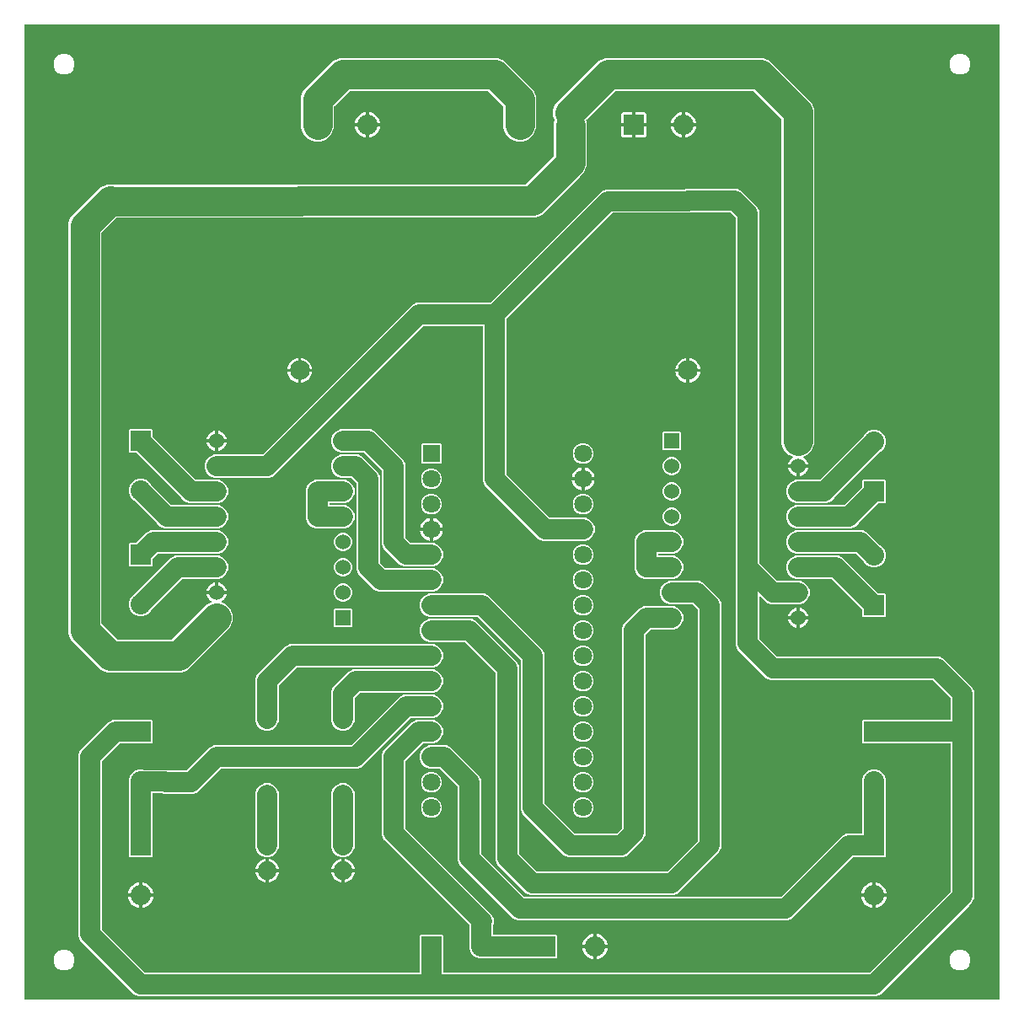
<source format=gbr>
G04 EAGLE Gerber RS-274X export*
G75*
%MOMM*%
%FSLAX34Y34*%
%LPD*%
%INBottom Copper*%
%IPPOS*%
%AMOC8*
5,1,8,0,0,1.08239X$1,22.5*%
G01*
%ADD10C,1.879600*%
%ADD11R,2.032000X2.032000*%
%ADD12C,2.032000*%
%ADD13R,1.800000X1.800000*%
%ADD14C,1.800000*%
%ADD15R,2.000000X2.000000*%
%ADD16C,2.000000*%
%ADD17R,1.530000X1.530000*%
%ADD18C,1.530000*%
%ADD19C,3.000000*%
%ADD20C,2.000000*%

G36*
X989098Y10164D02*
X989098Y10164D01*
X989117Y10162D01*
X989219Y10184D01*
X989321Y10200D01*
X989338Y10210D01*
X989358Y10214D01*
X989447Y10267D01*
X989538Y10316D01*
X989552Y10330D01*
X989569Y10340D01*
X989636Y10419D01*
X989708Y10494D01*
X989716Y10512D01*
X989729Y10527D01*
X989768Y10623D01*
X989811Y10717D01*
X989813Y10737D01*
X989821Y10755D01*
X989839Y10922D01*
X989839Y989078D01*
X989836Y989098D01*
X989838Y989117D01*
X989816Y989219D01*
X989800Y989321D01*
X989790Y989338D01*
X989786Y989358D01*
X989733Y989447D01*
X989684Y989538D01*
X989670Y989552D01*
X989660Y989569D01*
X989581Y989636D01*
X989506Y989708D01*
X989488Y989716D01*
X989473Y989729D01*
X989377Y989768D01*
X989283Y989811D01*
X989263Y989813D01*
X989245Y989821D01*
X989078Y989839D01*
X10922Y989839D01*
X10902Y989836D01*
X10883Y989838D01*
X10781Y989816D01*
X10679Y989800D01*
X10662Y989790D01*
X10642Y989786D01*
X10553Y989733D01*
X10462Y989684D01*
X10448Y989670D01*
X10431Y989660D01*
X10364Y989581D01*
X10292Y989506D01*
X10284Y989488D01*
X10271Y989473D01*
X10232Y989377D01*
X10189Y989283D01*
X10187Y989263D01*
X10179Y989245D01*
X10161Y989078D01*
X10161Y10922D01*
X10164Y10902D01*
X10162Y10883D01*
X10184Y10781D01*
X10200Y10679D01*
X10210Y10662D01*
X10214Y10642D01*
X10267Y10553D01*
X10316Y10462D01*
X10330Y10448D01*
X10340Y10431D01*
X10419Y10364D01*
X10494Y10292D01*
X10512Y10284D01*
X10527Y10271D01*
X10623Y10232D01*
X10717Y10189D01*
X10737Y10187D01*
X10755Y10179D01*
X10922Y10161D01*
X989078Y10161D01*
X989098Y10164D01*
G37*
%LPC*%
G36*
X124708Y13875D02*
X124708Y13875D01*
X120472Y15630D01*
X66430Y69672D01*
X64675Y73908D01*
X64675Y256292D01*
X66430Y260528D01*
X95072Y289170D01*
X99308Y290925D01*
X115733Y290925D01*
X115823Y290939D01*
X115914Y290947D01*
X115944Y290959D01*
X115976Y290964D01*
X116057Y291007D01*
X116141Y291043D01*
X116173Y291069D01*
X116193Y291080D01*
X116198Y291085D01*
X137792Y291085D01*
X138685Y290192D01*
X138685Y268608D01*
X137792Y267715D01*
X116186Y267715D01*
X116128Y267765D01*
X116098Y267777D01*
X116072Y267796D01*
X115985Y267823D01*
X115900Y267857D01*
X115859Y267861D01*
X115837Y267868D01*
X115804Y267867D01*
X115733Y267875D01*
X106689Y267875D01*
X106599Y267861D01*
X106508Y267853D01*
X106478Y267841D01*
X106446Y267836D01*
X106366Y267793D01*
X106282Y267757D01*
X106250Y267731D01*
X106229Y267720D01*
X106207Y267697D01*
X106151Y267652D01*
X87948Y249449D01*
X87895Y249375D01*
X87835Y249306D01*
X87823Y249276D01*
X87804Y249250D01*
X87777Y249163D01*
X87743Y249078D01*
X87739Y249037D01*
X87732Y249014D01*
X87733Y248982D01*
X87725Y248911D01*
X87725Y81289D01*
X87739Y81199D01*
X87747Y81108D01*
X87759Y81078D01*
X87764Y81046D01*
X87807Y80966D01*
X87843Y80882D01*
X87869Y80850D01*
X87880Y80829D01*
X87903Y80807D01*
X87948Y80751D01*
X131551Y37148D01*
X131625Y37095D01*
X131694Y37035D01*
X131724Y37023D01*
X131750Y37004D01*
X131837Y36977D01*
X131922Y36943D01*
X131963Y36939D01*
X131986Y36932D01*
X132018Y36933D01*
X132089Y36925D01*
X406814Y36925D01*
X406834Y36928D01*
X406853Y36926D01*
X406955Y36948D01*
X407057Y36964D01*
X407074Y36974D01*
X407094Y36978D01*
X407183Y37031D01*
X407274Y37080D01*
X407288Y37094D01*
X407305Y37104D01*
X407372Y37183D01*
X407444Y37258D01*
X407452Y37276D01*
X407465Y37291D01*
X407504Y37387D01*
X407547Y37481D01*
X407549Y37501D01*
X407557Y37519D01*
X407575Y37686D01*
X407575Y52233D01*
X407561Y52323D01*
X407553Y52414D01*
X407541Y52444D01*
X407536Y52476D01*
X407493Y52557D01*
X407457Y52640D01*
X407431Y52673D01*
X407420Y52693D01*
X407415Y52698D01*
X407415Y74292D01*
X408308Y75185D01*
X429892Y75185D01*
X430785Y74292D01*
X430785Y52686D01*
X430735Y52628D01*
X430723Y52598D01*
X430704Y52572D01*
X430677Y52485D01*
X430643Y52400D01*
X430639Y52359D01*
X430632Y52337D01*
X430633Y52304D01*
X430625Y52233D01*
X430625Y37686D01*
X430628Y37666D01*
X430626Y37647D01*
X430648Y37545D01*
X430664Y37443D01*
X430674Y37426D01*
X430678Y37406D01*
X430731Y37317D01*
X430780Y37226D01*
X430794Y37212D01*
X430804Y37195D01*
X430883Y37128D01*
X430958Y37056D01*
X430976Y37048D01*
X430991Y37035D01*
X431087Y36996D01*
X431181Y36953D01*
X431201Y36951D01*
X431219Y36943D01*
X431386Y36925D01*
X858511Y36925D01*
X858601Y36939D01*
X858692Y36947D01*
X858722Y36959D01*
X858754Y36964D01*
X858834Y37007D01*
X858918Y37043D01*
X858950Y37069D01*
X858971Y37080D01*
X858993Y37103D01*
X859049Y37148D01*
X940752Y118851D01*
X940805Y118925D01*
X940865Y118994D01*
X940877Y119024D01*
X940896Y119050D01*
X940923Y119137D01*
X940957Y119222D01*
X940961Y119263D01*
X940968Y119286D01*
X940967Y119318D01*
X940975Y119389D01*
X940975Y267114D01*
X940972Y267134D01*
X940974Y267153D01*
X940952Y267255D01*
X940936Y267357D01*
X940926Y267374D01*
X940922Y267394D01*
X940869Y267483D01*
X940820Y267574D01*
X940806Y267588D01*
X940796Y267605D01*
X940717Y267672D01*
X940642Y267744D01*
X940624Y267752D01*
X940609Y267765D01*
X940513Y267804D01*
X940419Y267847D01*
X940399Y267849D01*
X940381Y267857D01*
X940214Y267875D01*
X874867Y267875D01*
X874777Y267861D01*
X874686Y267853D01*
X874656Y267841D01*
X874624Y267836D01*
X874543Y267793D01*
X874460Y267757D01*
X874427Y267731D01*
X874407Y267720D01*
X874402Y267715D01*
X852808Y267715D01*
X851915Y268608D01*
X851915Y290192D01*
X852808Y291085D01*
X874414Y291085D01*
X874472Y291035D01*
X874502Y291023D01*
X874528Y291004D01*
X874615Y290977D01*
X874700Y290943D01*
X874741Y290939D01*
X874763Y290932D01*
X874796Y290933D01*
X874867Y290925D01*
X940214Y290925D01*
X940234Y290928D01*
X940253Y290926D01*
X940355Y290948D01*
X940457Y290964D01*
X940474Y290974D01*
X940494Y290978D01*
X940583Y291031D01*
X940674Y291080D01*
X940688Y291094D01*
X940705Y291104D01*
X940772Y291183D01*
X940844Y291258D01*
X940852Y291276D01*
X940865Y291291D01*
X940904Y291387D01*
X940947Y291481D01*
X940949Y291501D01*
X940957Y291519D01*
X940975Y291686D01*
X940975Y312411D01*
X940961Y312501D01*
X940953Y312592D01*
X940941Y312622D01*
X940936Y312654D01*
X940893Y312734D01*
X940857Y312818D01*
X940831Y312850D01*
X940820Y312871D01*
X940797Y312893D01*
X940752Y312949D01*
X922549Y331152D01*
X922475Y331205D01*
X922406Y331265D01*
X922376Y331277D01*
X922350Y331296D01*
X922263Y331323D01*
X922178Y331357D01*
X922137Y331361D01*
X922114Y331368D01*
X922082Y331367D01*
X922011Y331375D01*
X759708Y331375D01*
X755472Y333130D01*
X726830Y361772D01*
X725075Y366008D01*
X725075Y795011D01*
X725072Y795030D01*
X725074Y795049D01*
X725059Y795118D01*
X725053Y795192D01*
X725041Y795222D01*
X725036Y795254D01*
X725026Y795272D01*
X725022Y795289D01*
X724987Y795347D01*
X724957Y795418D01*
X724931Y795450D01*
X724920Y795471D01*
X724904Y795487D01*
X724896Y795500D01*
X724882Y795512D01*
X724852Y795549D01*
X719349Y801052D01*
X719275Y801105D01*
X719206Y801165D01*
X719176Y801177D01*
X719150Y801196D01*
X719063Y801223D01*
X718978Y801257D01*
X718937Y801261D01*
X718914Y801268D01*
X718882Y801267D01*
X718811Y801275D01*
X680351Y801275D01*
X680286Y801265D01*
X680221Y801264D01*
X680141Y801241D01*
X680108Y801236D01*
X680091Y801226D01*
X680060Y801217D01*
X678992Y800775D01*
X601489Y800775D01*
X601399Y800761D01*
X601308Y800753D01*
X601278Y800741D01*
X601246Y800736D01*
X601166Y800693D01*
X601082Y800657D01*
X601050Y800631D01*
X601029Y800620D01*
X601007Y800597D01*
X600951Y800552D01*
X494348Y693949D01*
X494295Y693875D01*
X494235Y693806D01*
X494223Y693776D01*
X494204Y693750D01*
X494177Y693663D01*
X494143Y693578D01*
X494139Y693537D01*
X494132Y693514D01*
X494133Y693482D01*
X494125Y693411D01*
X494125Y538489D01*
X494139Y538399D01*
X494147Y538308D01*
X494159Y538278D01*
X494164Y538246D01*
X494207Y538166D01*
X494243Y538082D01*
X494269Y538050D01*
X494280Y538029D01*
X494303Y538007D01*
X494321Y537985D01*
X494325Y537977D01*
X494330Y537973D01*
X494348Y537951D01*
X537951Y494348D01*
X538025Y494295D01*
X538094Y494235D01*
X538124Y494223D01*
X538150Y494204D01*
X538237Y494177D01*
X538322Y494143D01*
X538363Y494139D01*
X538386Y494132D01*
X538418Y494133D01*
X538489Y494125D01*
X573792Y494125D01*
X578028Y492370D01*
X581270Y489128D01*
X583025Y484892D01*
X583025Y480308D01*
X581270Y476072D01*
X578028Y472830D01*
X573792Y471075D01*
X531108Y471075D01*
X526872Y472830D01*
X472830Y526872D01*
X471075Y531108D01*
X471075Y686214D01*
X471072Y686234D01*
X471074Y686253D01*
X471052Y686355D01*
X471036Y686457D01*
X471026Y686474D01*
X471022Y686494D01*
X470969Y686583D01*
X470920Y686674D01*
X470906Y686688D01*
X470896Y686705D01*
X470817Y686772D01*
X470742Y686844D01*
X470724Y686852D01*
X470709Y686865D01*
X470613Y686904D01*
X470519Y686947D01*
X470499Y686949D01*
X470481Y686957D01*
X470314Y686975D01*
X411489Y686975D01*
X411399Y686961D01*
X411308Y686953D01*
X411278Y686941D01*
X411246Y686936D01*
X411166Y686893D01*
X411082Y686857D01*
X411050Y686831D01*
X411029Y686820D01*
X411007Y686797D01*
X410951Y686752D01*
X260528Y536330D01*
X256292Y534575D01*
X200908Y534575D01*
X196672Y536330D01*
X193430Y539572D01*
X191675Y543808D01*
X191675Y548392D01*
X193430Y552628D01*
X196672Y555870D01*
X200908Y557625D01*
X248911Y557625D01*
X249001Y557639D01*
X249092Y557647D01*
X249122Y557659D01*
X249154Y557664D01*
X249234Y557707D01*
X249318Y557743D01*
X249350Y557769D01*
X249371Y557780D01*
X249393Y557803D01*
X249449Y557848D01*
X399872Y708270D01*
X404108Y710025D01*
X477511Y710025D01*
X477601Y710039D01*
X477692Y710047D01*
X477722Y710059D01*
X477754Y710064D01*
X477834Y710107D01*
X477918Y710143D01*
X477950Y710169D01*
X477971Y710180D01*
X477993Y710203D01*
X478049Y710248D01*
X589872Y822070D01*
X594108Y823825D01*
X672549Y823825D01*
X672614Y823835D01*
X672679Y823836D01*
X672759Y823859D01*
X672792Y823864D01*
X672809Y823874D01*
X672840Y823883D01*
X673908Y824325D01*
X726192Y824325D01*
X730428Y822570D01*
X746370Y806628D01*
X748125Y802392D01*
X748125Y449589D01*
X748139Y449499D01*
X748147Y449408D01*
X748159Y449378D01*
X748164Y449346D01*
X748207Y449266D01*
X748243Y449182D01*
X748269Y449150D01*
X748280Y449129D01*
X748303Y449107D01*
X748348Y449051D01*
X766551Y430848D01*
X766625Y430795D01*
X766694Y430735D01*
X766724Y430723D01*
X766750Y430704D01*
X766837Y430677D01*
X766922Y430643D01*
X766963Y430639D01*
X766986Y430632D01*
X767018Y430633D01*
X767089Y430625D01*
X789692Y430625D01*
X793928Y428870D01*
X797170Y425628D01*
X798925Y421392D01*
X798925Y416808D01*
X797170Y412572D01*
X793928Y409330D01*
X789692Y407575D01*
X759708Y407575D01*
X755472Y409330D01*
X749424Y415377D01*
X749366Y415419D01*
X749314Y415469D01*
X749267Y415490D01*
X749225Y415521D01*
X749156Y415542D01*
X749091Y415572D01*
X749039Y415578D01*
X748989Y415593D01*
X748918Y415591D01*
X748847Y415599D01*
X748796Y415588D01*
X748744Y415587D01*
X748676Y415562D01*
X748606Y415547D01*
X748561Y415520D01*
X748513Y415502D01*
X748457Y415458D01*
X748395Y415421D01*
X748361Y415381D01*
X748321Y415349D01*
X748282Y415288D01*
X748235Y415234D01*
X748216Y415185D01*
X748188Y415142D01*
X748170Y415072D01*
X748143Y415006D01*
X748135Y414934D01*
X748127Y414903D01*
X748129Y414880D01*
X748125Y414839D01*
X748125Y373389D01*
X748139Y373299D01*
X748147Y373208D01*
X748159Y373178D01*
X748164Y373146D01*
X748207Y373066D01*
X748243Y372982D01*
X748269Y372950D01*
X748280Y372929D01*
X748303Y372907D01*
X748348Y372851D01*
X766551Y354648D01*
X766625Y354595D01*
X766694Y354535D01*
X766724Y354523D01*
X766750Y354504D01*
X766837Y354477D01*
X766922Y354443D01*
X766963Y354439D01*
X766986Y354432D01*
X767018Y354433D01*
X767089Y354425D01*
X929392Y354425D01*
X933628Y352670D01*
X962270Y324028D01*
X964025Y319792D01*
X964025Y112008D01*
X962270Y107772D01*
X958921Y104423D01*
X873477Y18979D01*
X870128Y15630D01*
X865892Y13875D01*
X124708Y13875D01*
G37*
%LPD*%
%LPC*%
G36*
X93073Y339075D02*
X93073Y339075D01*
X86999Y341591D01*
X56951Y371639D01*
X54435Y377713D01*
X54435Y790687D01*
X56951Y796761D01*
X86999Y826809D01*
X93073Y829325D01*
X99647Y829325D01*
X100714Y828883D01*
X100778Y828868D01*
X100839Y828843D01*
X100922Y828834D01*
X100954Y828827D01*
X100973Y828828D01*
X101006Y828825D01*
X282555Y828825D01*
X282619Y828835D01*
X282685Y828836D01*
X282765Y828859D01*
X282797Y828864D01*
X282814Y828874D01*
X282846Y828883D01*
X283913Y829325D01*
X513540Y829325D01*
X513630Y829339D01*
X513721Y829347D01*
X513751Y829359D01*
X513783Y829364D01*
X513863Y829407D01*
X513947Y829443D01*
X513979Y829469D01*
X514000Y829480D01*
X514022Y829503D01*
X514078Y829548D01*
X542052Y857522D01*
X542105Y857596D01*
X542165Y857665D01*
X542177Y857695D01*
X542196Y857722D01*
X542223Y857808D01*
X542257Y857893D01*
X542261Y857934D01*
X542268Y857957D01*
X542267Y857989D01*
X542275Y858060D01*
X542275Y891487D01*
X543023Y893293D01*
X543044Y893382D01*
X543072Y893469D01*
X543072Y893501D01*
X543080Y893532D01*
X543071Y893623D01*
X543070Y893715D01*
X543059Y893754D01*
X543056Y893777D01*
X543043Y893807D01*
X543023Y893876D01*
X541475Y897613D01*
X541475Y904187D01*
X543991Y910261D01*
X587539Y953809D01*
X593613Y956325D01*
X752587Y956325D01*
X758661Y953809D01*
X801409Y911061D01*
X803925Y904987D01*
X803925Y568213D01*
X801409Y562139D01*
X796761Y557491D01*
X793111Y555979D01*
X793022Y555924D01*
X792930Y555873D01*
X792918Y555859D01*
X792902Y555850D01*
X792835Y555769D01*
X792764Y555691D01*
X792757Y555674D01*
X792745Y555660D01*
X792708Y555562D01*
X792665Y555466D01*
X792664Y555448D01*
X792657Y555431D01*
X792653Y555326D01*
X792643Y555221D01*
X792648Y555203D01*
X792647Y555185D01*
X792676Y555084D01*
X792701Y554982D01*
X792710Y554966D01*
X792715Y554949D01*
X792775Y554863D01*
X792831Y554773D01*
X792848Y554758D01*
X792856Y554747D01*
X792881Y554728D01*
X792955Y554660D01*
X794039Y553873D01*
X795173Y552739D01*
X796116Y551441D01*
X796844Y550012D01*
X797340Y548486D01*
X797477Y547623D01*
X788162Y547623D01*
X788142Y547620D01*
X788123Y547622D01*
X788021Y547600D01*
X787919Y547583D01*
X787902Y547574D01*
X787882Y547570D01*
X787793Y547517D01*
X787702Y547468D01*
X787688Y547454D01*
X787671Y547444D01*
X787604Y547365D01*
X787533Y547290D01*
X787524Y547272D01*
X787511Y547257D01*
X787473Y547161D01*
X787429Y547067D01*
X787427Y547047D01*
X787419Y547029D01*
X787401Y546862D01*
X787401Y546099D01*
X787399Y546099D01*
X787399Y546862D01*
X787397Y546874D01*
X787398Y546881D01*
X787397Y546888D01*
X787398Y546901D01*
X787376Y547003D01*
X787359Y547105D01*
X787350Y547122D01*
X787346Y547142D01*
X787293Y547231D01*
X787244Y547322D01*
X787230Y547336D01*
X787220Y547353D01*
X787141Y547420D01*
X787066Y547491D01*
X787048Y547500D01*
X787033Y547513D01*
X786937Y547552D01*
X786843Y547595D01*
X786823Y547597D01*
X786805Y547605D01*
X786638Y547623D01*
X777323Y547623D01*
X777460Y548486D01*
X777956Y550012D01*
X778684Y551441D01*
X779627Y552739D01*
X780761Y553873D01*
X781845Y554660D01*
X781919Y554735D01*
X781996Y554806D01*
X782005Y554822D01*
X782018Y554835D01*
X782064Y554929D01*
X782115Y555022D01*
X782118Y555040D01*
X782126Y555056D01*
X782140Y555160D01*
X782158Y555264D01*
X782156Y555282D01*
X782158Y555300D01*
X782138Y555403D01*
X782123Y555507D01*
X782114Y555523D01*
X782111Y555541D01*
X782059Y555633D01*
X782011Y555726D01*
X781998Y555739D01*
X781989Y555755D01*
X781911Y555825D01*
X781836Y555899D01*
X781816Y555909D01*
X781806Y555919D01*
X781777Y555931D01*
X781689Y555980D01*
X778039Y557491D01*
X773391Y562139D01*
X770875Y568213D01*
X770875Y894540D01*
X770861Y894630D01*
X770853Y894721D01*
X770841Y894751D01*
X770836Y894783D01*
X770793Y894863D01*
X770757Y894947D01*
X770731Y894979D01*
X770720Y895000D01*
X770697Y895022D01*
X770652Y895078D01*
X742678Y923052D01*
X742604Y923105D01*
X742535Y923165D01*
X742505Y923177D01*
X742478Y923196D01*
X742391Y923223D01*
X742307Y923257D01*
X742266Y923261D01*
X742243Y923268D01*
X742211Y923267D01*
X742140Y923275D01*
X604060Y923275D01*
X603970Y923261D01*
X603879Y923253D01*
X603849Y923241D01*
X603817Y923236D01*
X603737Y923193D01*
X603653Y923157D01*
X603621Y923131D01*
X603600Y923120D01*
X603578Y923097D01*
X603522Y923052D01*
X574698Y894228D01*
X574630Y894134D01*
X574560Y894040D01*
X574558Y894034D01*
X574554Y894029D01*
X574520Y893918D01*
X574484Y893806D01*
X574484Y893800D01*
X574482Y893794D01*
X574485Y893677D01*
X574486Y893560D01*
X574488Y893553D01*
X574488Y893548D01*
X574495Y893530D01*
X574533Y893399D01*
X575325Y891487D01*
X575325Y847613D01*
X572809Y841539D01*
X568054Y836784D01*
X568053Y836784D01*
X534816Y803547D01*
X534816Y803546D01*
X530061Y798791D01*
X523987Y796275D01*
X291346Y796275D01*
X291281Y796265D01*
X291215Y796264D01*
X291135Y796241D01*
X291103Y796236D01*
X291086Y796226D01*
X291054Y796217D01*
X289987Y795775D01*
X103020Y795775D01*
X102930Y795761D01*
X102839Y795753D01*
X102809Y795741D01*
X102777Y795736D01*
X102697Y795693D01*
X102613Y795657D01*
X102581Y795631D01*
X102560Y795620D01*
X102556Y795616D01*
X102555Y795616D01*
X102537Y795596D01*
X102482Y795552D01*
X87708Y780778D01*
X87655Y780704D01*
X87595Y780635D01*
X87583Y780605D01*
X87564Y780578D01*
X87537Y780491D01*
X87503Y780407D01*
X87499Y780366D01*
X87492Y780343D01*
X87493Y780311D01*
X87485Y780240D01*
X87485Y388160D01*
X87499Y388070D01*
X87507Y387979D01*
X87519Y387949D01*
X87524Y387917D01*
X87567Y387837D01*
X87603Y387753D01*
X87629Y387721D01*
X87640Y387700D01*
X87663Y387678D01*
X87708Y387622D01*
X102982Y372348D01*
X103056Y372295D01*
X103125Y372235D01*
X103155Y372223D01*
X103182Y372204D01*
X103269Y372177D01*
X103353Y372143D01*
X103394Y372139D01*
X103417Y372132D01*
X103449Y372133D01*
X103520Y372125D01*
X157940Y372125D01*
X158030Y372139D01*
X158121Y372147D01*
X158151Y372159D01*
X158183Y372164D01*
X158263Y372207D01*
X158347Y372243D01*
X158379Y372269D01*
X158400Y372280D01*
X158422Y372303D01*
X158478Y372348D01*
X193839Y407709D01*
X197489Y409221D01*
X197578Y409276D01*
X197670Y409327D01*
X197682Y409341D01*
X197698Y409350D01*
X197765Y409431D01*
X197836Y409509D01*
X197843Y409526D01*
X197854Y409540D01*
X197892Y409638D01*
X197935Y409734D01*
X197936Y409752D01*
X197943Y409769D01*
X197947Y409874D01*
X197957Y409979D01*
X197952Y409997D01*
X197953Y410015D01*
X197924Y410116D01*
X197899Y410218D01*
X197890Y410234D01*
X197885Y410251D01*
X197825Y410338D01*
X197769Y410427D01*
X197752Y410442D01*
X197744Y410453D01*
X197719Y410472D01*
X197645Y410540D01*
X196561Y411327D01*
X195427Y412461D01*
X194484Y413759D01*
X193756Y415188D01*
X193260Y416714D01*
X193123Y417577D01*
X202438Y417577D01*
X202458Y417580D01*
X202477Y417578D01*
X202579Y417600D01*
X202681Y417617D01*
X202698Y417626D01*
X202718Y417630D01*
X202807Y417683D01*
X202898Y417732D01*
X202912Y417746D01*
X202929Y417756D01*
X202996Y417835D01*
X203067Y417910D01*
X203076Y417928D01*
X203089Y417943D01*
X203127Y418039D01*
X203171Y418133D01*
X203173Y418153D01*
X203181Y418171D01*
X203199Y418338D01*
X203199Y419101D01*
X203201Y419101D01*
X203201Y418338D01*
X203204Y418318D01*
X203202Y418299D01*
X203224Y418197D01*
X203241Y418095D01*
X203250Y418078D01*
X203254Y418058D01*
X203307Y417969D01*
X203356Y417878D01*
X203370Y417864D01*
X203380Y417847D01*
X203459Y417780D01*
X203534Y417709D01*
X203552Y417700D01*
X203567Y417687D01*
X203663Y417648D01*
X203757Y417605D01*
X203777Y417603D01*
X203795Y417595D01*
X203962Y417577D01*
X213277Y417577D01*
X213140Y416714D01*
X212644Y415188D01*
X211916Y413759D01*
X210973Y412461D01*
X209839Y411327D01*
X208755Y410540D01*
X208681Y410465D01*
X208604Y410394D01*
X208595Y410378D01*
X208582Y410365D01*
X208536Y410271D01*
X208485Y410178D01*
X208482Y410160D01*
X208474Y410144D01*
X208460Y410040D01*
X208442Y409936D01*
X208444Y409918D01*
X208442Y409900D01*
X208462Y409797D01*
X208477Y409693D01*
X208486Y409677D01*
X208489Y409659D01*
X208541Y409567D01*
X208589Y409474D01*
X208602Y409461D01*
X208611Y409445D01*
X208689Y409375D01*
X208764Y409301D01*
X208784Y409291D01*
X208794Y409281D01*
X208823Y409269D01*
X208911Y409221D01*
X212561Y407709D01*
X217209Y403061D01*
X219725Y396987D01*
X219725Y390413D01*
X217209Y384339D01*
X174461Y341591D01*
X168387Y339075D01*
X93073Y339075D01*
G37*
%LPD*%
%LPC*%
G36*
X518408Y115475D02*
X518408Y115475D01*
X514172Y117230D01*
X485530Y145872D01*
X483775Y150108D01*
X483775Y337811D01*
X483761Y337901D01*
X483753Y337992D01*
X483741Y338022D01*
X483736Y338054D01*
X483693Y338134D01*
X483657Y338218D01*
X483631Y338250D01*
X483620Y338271D01*
X483597Y338293D01*
X483552Y338349D01*
X452649Y369252D01*
X452575Y369305D01*
X452506Y369365D01*
X452476Y369377D01*
X452450Y369396D01*
X452363Y369423D01*
X452278Y369457D01*
X452237Y369461D01*
X452214Y369468D01*
X452182Y369467D01*
X452111Y369475D01*
X416808Y369475D01*
X412572Y371230D01*
X409330Y374472D01*
X407575Y378708D01*
X407575Y383292D01*
X409330Y387528D01*
X412572Y390770D01*
X416808Y392525D01*
X459492Y392525D01*
X463728Y390770D01*
X505070Y349428D01*
X506825Y345192D01*
X506825Y157489D01*
X506839Y157399D01*
X506847Y157308D01*
X506859Y157278D01*
X506864Y157246D01*
X506907Y157166D01*
X506943Y157082D01*
X506969Y157050D01*
X506980Y157029D01*
X507003Y157007D01*
X507048Y156951D01*
X525251Y138748D01*
X525325Y138695D01*
X525394Y138635D01*
X525424Y138623D01*
X525450Y138604D01*
X525537Y138577D01*
X525622Y138543D01*
X525663Y138539D01*
X525686Y138532D01*
X525718Y138533D01*
X525789Y138525D01*
X655311Y138525D01*
X655401Y138539D01*
X655492Y138547D01*
X655522Y138559D01*
X655554Y138564D01*
X655634Y138607D01*
X655718Y138643D01*
X655750Y138669D01*
X655771Y138680D01*
X655793Y138703D01*
X655849Y138748D01*
X686752Y169651D01*
X686805Y169725D01*
X686865Y169794D01*
X686877Y169824D01*
X686896Y169850D01*
X686923Y169937D01*
X686957Y170022D01*
X686961Y170063D01*
X686968Y170086D01*
X686967Y170118D01*
X686975Y170189D01*
X686975Y401311D01*
X686961Y401401D01*
X686953Y401492D01*
X686941Y401522D01*
X686936Y401554D01*
X686893Y401634D01*
X686857Y401718D01*
X686831Y401750D01*
X686820Y401771D01*
X686797Y401793D01*
X686752Y401849D01*
X681249Y407352D01*
X681175Y407405D01*
X681106Y407465D01*
X681076Y407477D01*
X681050Y407496D01*
X680963Y407523D01*
X680878Y407557D01*
X680837Y407561D01*
X680814Y407568D01*
X680782Y407567D01*
X680711Y407575D01*
X658108Y407575D01*
X653872Y409330D01*
X650630Y412572D01*
X648875Y416808D01*
X648875Y421392D01*
X650630Y425628D01*
X653872Y428870D01*
X658108Y430625D01*
X688092Y430625D01*
X692328Y428870D01*
X708270Y412928D01*
X710025Y408692D01*
X710025Y162808D01*
X708270Y158572D01*
X666928Y117230D01*
X662692Y115475D01*
X518408Y115475D01*
G37*
%LPD*%
%LPC*%
G36*
X556508Y153575D02*
X556508Y153575D01*
X552272Y155330D01*
X510930Y196672D01*
X509175Y200908D01*
X509175Y350511D01*
X509161Y350601D01*
X509153Y350692D01*
X509141Y350722D01*
X509136Y350754D01*
X509093Y350834D01*
X509057Y350918D01*
X509031Y350950D01*
X509020Y350971D01*
X508997Y350993D01*
X508952Y351049D01*
X465349Y394652D01*
X465275Y394705D01*
X465206Y394765D01*
X465176Y394777D01*
X465150Y394796D01*
X465063Y394823D01*
X464978Y394857D01*
X464937Y394861D01*
X464914Y394868D01*
X464882Y394867D01*
X464811Y394875D01*
X416808Y394875D01*
X412572Y396630D01*
X409330Y399872D01*
X407575Y404108D01*
X407575Y408692D01*
X409330Y412928D01*
X412572Y416170D01*
X416808Y417925D01*
X472192Y417925D01*
X476428Y416170D01*
X530470Y362128D01*
X532225Y357892D01*
X532225Y208289D01*
X532239Y208199D01*
X532247Y208108D01*
X532259Y208078D01*
X532264Y208046D01*
X532307Y207966D01*
X532343Y207882D01*
X532369Y207850D01*
X532380Y207829D01*
X532403Y207807D01*
X532448Y207751D01*
X563351Y176848D01*
X563425Y176795D01*
X563494Y176735D01*
X563524Y176723D01*
X563550Y176704D01*
X563637Y176677D01*
X563722Y176643D01*
X563763Y176639D01*
X563786Y176632D01*
X563818Y176633D01*
X563889Y176625D01*
X604511Y176625D01*
X604601Y176639D01*
X604692Y176647D01*
X604722Y176659D01*
X604754Y176664D01*
X604834Y176707D01*
X604918Y176743D01*
X604950Y176769D01*
X604971Y176780D01*
X604993Y176803D01*
X605049Y176848D01*
X610552Y182351D01*
X610605Y182425D01*
X610665Y182494D01*
X610677Y182524D01*
X610696Y182550D01*
X610723Y182637D01*
X610757Y182722D01*
X610761Y182763D01*
X610768Y182786D01*
X610767Y182818D01*
X610775Y182889D01*
X610775Y383292D01*
X612530Y387528D01*
X628472Y403470D01*
X632708Y405225D01*
X662692Y405225D01*
X666928Y403470D01*
X670170Y400228D01*
X671925Y395992D01*
X671925Y391408D01*
X670170Y387172D01*
X666928Y383930D01*
X662692Y382175D01*
X640089Y382175D01*
X639999Y382161D01*
X639908Y382153D01*
X639878Y382141D01*
X639846Y382136D01*
X639766Y382093D01*
X639682Y382057D01*
X639650Y382031D01*
X639629Y382020D01*
X639607Y381997D01*
X639551Y381952D01*
X634048Y376449D01*
X633995Y376375D01*
X633935Y376306D01*
X633923Y376276D01*
X633904Y376250D01*
X633877Y376163D01*
X633843Y376078D01*
X633839Y376037D01*
X633832Y376014D01*
X633833Y375982D01*
X633825Y375911D01*
X633825Y175508D01*
X632070Y171272D01*
X616128Y155330D01*
X611892Y153575D01*
X556508Y153575D01*
G37*
%LPD*%
%LPC*%
G36*
X505708Y90075D02*
X505708Y90075D01*
X501472Y91830D01*
X447430Y145872D01*
X445675Y150108D01*
X445675Y223511D01*
X445661Y223601D01*
X445653Y223692D01*
X445641Y223722D01*
X445636Y223754D01*
X445593Y223834D01*
X445557Y223918D01*
X445531Y223950D01*
X445520Y223971D01*
X445497Y223993D01*
X445452Y224049D01*
X427249Y242252D01*
X427175Y242305D01*
X427106Y242365D01*
X427076Y242377D01*
X427050Y242396D01*
X426963Y242423D01*
X426878Y242457D01*
X426837Y242461D01*
X426814Y242468D01*
X426782Y242467D01*
X426711Y242475D01*
X416808Y242475D01*
X412572Y244230D01*
X409330Y247472D01*
X407575Y251708D01*
X407575Y256292D01*
X409330Y260528D01*
X412572Y263770D01*
X416808Y265525D01*
X434092Y265525D01*
X438328Y263770D01*
X466970Y235128D01*
X468725Y230892D01*
X468725Y157489D01*
X468739Y157399D01*
X468747Y157308D01*
X468759Y157278D01*
X468764Y157246D01*
X468807Y157166D01*
X468843Y157082D01*
X468869Y157050D01*
X468880Y157029D01*
X468903Y157007D01*
X468948Y156951D01*
X512551Y113348D01*
X512625Y113295D01*
X512694Y113235D01*
X512724Y113223D01*
X512750Y113204D01*
X512837Y113177D01*
X512922Y113143D01*
X512963Y113139D01*
X512986Y113132D01*
X513018Y113133D01*
X513089Y113125D01*
X769611Y113125D01*
X769701Y113139D01*
X769792Y113147D01*
X769822Y113159D01*
X769854Y113164D01*
X769934Y113207D01*
X770018Y113243D01*
X770050Y113269D01*
X770071Y113280D01*
X770093Y113303D01*
X770149Y113348D01*
X831672Y174870D01*
X835908Y176625D01*
X851314Y176625D01*
X851334Y176628D01*
X851353Y176626D01*
X851455Y176648D01*
X851557Y176664D01*
X851574Y176674D01*
X851594Y176678D01*
X851683Y176731D01*
X851774Y176780D01*
X851788Y176794D01*
X851805Y176804D01*
X851872Y176883D01*
X851944Y176958D01*
X851952Y176976D01*
X851965Y176991D01*
X852004Y177087D01*
X852047Y177181D01*
X852049Y177201D01*
X852057Y177219D01*
X852075Y177386D01*
X852075Y226538D01*
X852065Y226603D01*
X852064Y226668D01*
X852041Y226748D01*
X852036Y226781D01*
X852026Y226798D01*
X852017Y226829D01*
X851915Y227076D01*
X851915Y231724D01*
X853694Y236019D01*
X856981Y239306D01*
X861276Y241085D01*
X865924Y241085D01*
X870219Y239306D01*
X873506Y236019D01*
X875285Y231724D01*
X875285Y227076D01*
X875183Y226829D01*
X875168Y226766D01*
X875143Y226705D01*
X875134Y226622D01*
X875127Y226590D01*
X875128Y226571D01*
X875125Y226538D01*
X875125Y176367D01*
X875139Y176277D01*
X875147Y176186D01*
X875159Y176156D01*
X875164Y176124D01*
X875207Y176043D01*
X875243Y175960D01*
X875269Y175927D01*
X875280Y175907D01*
X875285Y175902D01*
X875285Y154308D01*
X874392Y153415D01*
X852786Y153415D01*
X852728Y153465D01*
X852698Y153477D01*
X852672Y153496D01*
X852585Y153523D01*
X852500Y153557D01*
X852459Y153561D01*
X852437Y153568D01*
X852404Y153567D01*
X852333Y153575D01*
X843289Y153575D01*
X843199Y153561D01*
X843108Y153553D01*
X843078Y153541D01*
X843046Y153536D01*
X842966Y153493D01*
X842882Y153457D01*
X842850Y153431D01*
X842829Y153420D01*
X842807Y153397D01*
X842751Y153352D01*
X781228Y91830D01*
X776992Y90075D01*
X505708Y90075D01*
G37*
%LPD*%
%LPC*%
G36*
X301513Y872475D02*
X301513Y872475D01*
X295439Y874991D01*
X290791Y879639D01*
X288275Y885713D01*
X288275Y917687D01*
X290791Y923761D01*
X320839Y953809D01*
X326913Y956325D01*
X485887Y956325D01*
X491961Y953809D01*
X522009Y923761D01*
X524525Y917687D01*
X524525Y885713D01*
X522009Y879639D01*
X517361Y874991D01*
X511287Y872475D01*
X504713Y872475D01*
X498639Y874991D01*
X493991Y879639D01*
X491475Y885713D01*
X491475Y907240D01*
X491461Y907330D01*
X491453Y907421D01*
X491441Y907451D01*
X491436Y907483D01*
X491393Y907563D01*
X491357Y907647D01*
X491331Y907679D01*
X491320Y907700D01*
X491297Y907722D01*
X491252Y907778D01*
X475978Y923052D01*
X475904Y923105D01*
X475835Y923165D01*
X475805Y923177D01*
X475778Y923196D01*
X475691Y923223D01*
X475607Y923257D01*
X475566Y923261D01*
X475543Y923268D01*
X475511Y923267D01*
X475440Y923275D01*
X337360Y923275D01*
X337270Y923261D01*
X337179Y923253D01*
X337149Y923241D01*
X337117Y923236D01*
X337037Y923193D01*
X336953Y923157D01*
X336921Y923131D01*
X336900Y923120D01*
X336878Y923097D01*
X336822Y923052D01*
X321548Y907778D01*
X321495Y907704D01*
X321435Y907635D01*
X321423Y907605D01*
X321404Y907578D01*
X321377Y907491D01*
X321343Y907407D01*
X321339Y907366D01*
X321332Y907343D01*
X321333Y907311D01*
X321325Y907240D01*
X321325Y885713D01*
X318809Y879639D01*
X314161Y874991D01*
X308087Y872475D01*
X301513Y872475D01*
G37*
%LPD*%
%LPC*%
G36*
X116208Y153415D02*
X116208Y153415D01*
X115315Y154308D01*
X115315Y175914D01*
X115365Y175972D01*
X115377Y176002D01*
X115396Y176028D01*
X115423Y176115D01*
X115457Y176200D01*
X115461Y176241D01*
X115468Y176263D01*
X115467Y176296D01*
X115475Y176367D01*
X115475Y226538D01*
X115465Y226603D01*
X115464Y226668D01*
X115441Y226748D01*
X115436Y226781D01*
X115426Y226798D01*
X115417Y226829D01*
X115315Y227076D01*
X115315Y231724D01*
X117094Y236019D01*
X120381Y239306D01*
X124676Y241085D01*
X129324Y241085D01*
X129571Y240983D01*
X129634Y240968D01*
X129695Y240943D01*
X129778Y240934D01*
X129810Y240927D01*
X129829Y240928D01*
X129862Y240925D01*
X153892Y240925D01*
X155684Y240183D01*
X155748Y240168D01*
X155808Y240143D01*
X155891Y240134D01*
X155923Y240127D01*
X155943Y240128D01*
X155975Y240125D01*
X172711Y240125D01*
X172801Y240139D01*
X172892Y240147D01*
X172922Y240159D01*
X172954Y240164D01*
X173034Y240207D01*
X173118Y240243D01*
X173150Y240269D01*
X173171Y240280D01*
X173193Y240303D01*
X173249Y240348D01*
X193323Y260421D01*
X196672Y263770D01*
X200908Y265525D01*
X337811Y265525D01*
X337901Y265539D01*
X337992Y265547D01*
X338022Y265559D01*
X338054Y265564D01*
X338134Y265607D01*
X338218Y265643D01*
X338250Y265669D01*
X338271Y265680D01*
X338293Y265703D01*
X338349Y265748D01*
X387172Y314570D01*
X391408Y316325D01*
X421392Y316325D01*
X425628Y314570D01*
X428870Y311328D01*
X430625Y307092D01*
X430625Y302508D01*
X428870Y298272D01*
X425628Y295030D01*
X421392Y293275D01*
X398789Y293275D01*
X398699Y293261D01*
X398608Y293253D01*
X398578Y293241D01*
X398546Y293236D01*
X398466Y293193D01*
X398382Y293157D01*
X398350Y293131D01*
X398329Y293120D01*
X398307Y293097D01*
X398251Y293052D01*
X349428Y244230D01*
X345192Y242475D01*
X208289Y242475D01*
X208199Y242461D01*
X208108Y242453D01*
X208078Y242441D01*
X208046Y242436D01*
X207966Y242393D01*
X207882Y242357D01*
X207850Y242331D01*
X207829Y242320D01*
X207807Y242297D01*
X207751Y242252D01*
X184328Y218830D01*
X180092Y217075D01*
X150108Y217075D01*
X148316Y217817D01*
X148252Y217832D01*
X148192Y217857D01*
X148109Y217866D01*
X148077Y217873D01*
X148057Y217872D01*
X148025Y217875D01*
X139286Y217875D01*
X139266Y217872D01*
X139247Y217874D01*
X139145Y217852D01*
X139043Y217836D01*
X139026Y217826D01*
X139006Y217822D01*
X138917Y217769D01*
X138826Y217720D01*
X138812Y217706D01*
X138795Y217696D01*
X138728Y217617D01*
X138656Y217542D01*
X138648Y217524D01*
X138635Y217509D01*
X138596Y217413D01*
X138553Y217319D01*
X138551Y217299D01*
X138543Y217281D01*
X138525Y217114D01*
X138525Y176367D01*
X138539Y176277D01*
X138547Y176186D01*
X138559Y176156D01*
X138564Y176124D01*
X138607Y176043D01*
X138643Y175960D01*
X138669Y175927D01*
X138680Y175907D01*
X138685Y175902D01*
X138685Y154308D01*
X137792Y153415D01*
X116208Y153415D01*
G37*
%LPD*%
%LPC*%
G36*
X466776Y51815D02*
X466776Y51815D01*
X462481Y53594D01*
X459194Y56881D01*
X457415Y61176D01*
X457415Y65824D01*
X457517Y66071D01*
X457532Y66134D01*
X457557Y66195D01*
X457566Y66278D01*
X457573Y66310D01*
X457572Y66329D01*
X457575Y66362D01*
X457575Y84611D01*
X457561Y84701D01*
X457553Y84792D01*
X457541Y84822D01*
X457536Y84854D01*
X457493Y84934D01*
X457457Y85018D01*
X457431Y85050D01*
X457420Y85071D01*
X457397Y85093D01*
X457352Y85149D01*
X371230Y171272D01*
X369475Y175508D01*
X369475Y256292D01*
X371230Y260528D01*
X399872Y289170D01*
X404108Y290925D01*
X421392Y290925D01*
X425628Y289170D01*
X428870Y285928D01*
X430625Y281692D01*
X430625Y277108D01*
X428870Y272872D01*
X425628Y269630D01*
X421392Y267875D01*
X411489Y267875D01*
X411399Y267861D01*
X411308Y267853D01*
X411278Y267841D01*
X411246Y267836D01*
X411166Y267793D01*
X411082Y267757D01*
X411050Y267731D01*
X411029Y267720D01*
X411007Y267697D01*
X410951Y267652D01*
X392748Y249449D01*
X392695Y249375D01*
X392635Y249306D01*
X392623Y249276D01*
X392604Y249250D01*
X392577Y249163D01*
X392543Y249078D01*
X392539Y249037D01*
X392532Y249014D01*
X392533Y248982D01*
X392525Y248911D01*
X392525Y182889D01*
X392539Y182799D01*
X392547Y182708D01*
X392559Y182678D01*
X392564Y182646D01*
X392607Y182566D01*
X392643Y182482D01*
X392669Y182450D01*
X392680Y182429D01*
X392703Y182407D01*
X392748Y182351D01*
X479670Y95428D01*
X481425Y91192D01*
X481425Y86608D01*
X480683Y84816D01*
X480668Y84752D01*
X480643Y84692D01*
X480634Y84609D01*
X480627Y84577D01*
X480628Y84557D01*
X480625Y84525D01*
X480625Y75786D01*
X480628Y75766D01*
X480626Y75747D01*
X480648Y75645D01*
X480664Y75543D01*
X480674Y75526D01*
X480678Y75506D01*
X480731Y75417D01*
X480780Y75326D01*
X480794Y75312D01*
X480804Y75295D01*
X480883Y75228D01*
X480958Y75156D01*
X480976Y75148D01*
X480991Y75135D01*
X481087Y75096D01*
X481181Y75053D01*
X481201Y75051D01*
X481219Y75043D01*
X481386Y75025D01*
X522133Y75025D01*
X522223Y75039D01*
X522314Y75047D01*
X522344Y75059D01*
X522376Y75064D01*
X522457Y75107D01*
X522540Y75143D01*
X522573Y75169D01*
X522593Y75180D01*
X522598Y75185D01*
X544192Y75185D01*
X545085Y74292D01*
X545085Y52708D01*
X544192Y51815D01*
X522586Y51815D01*
X522528Y51865D01*
X522498Y51877D01*
X522472Y51896D01*
X522385Y51923D01*
X522300Y51957D01*
X522259Y51961D01*
X522237Y51968D01*
X522204Y51967D01*
X522133Y51975D01*
X471962Y51975D01*
X471897Y51965D01*
X471832Y51964D01*
X471752Y51941D01*
X471719Y51936D01*
X471702Y51926D01*
X471671Y51917D01*
X471424Y51815D01*
X466776Y51815D01*
G37*
%LPD*%
%LPC*%
G36*
X251708Y280575D02*
X251708Y280575D01*
X247472Y282330D01*
X244230Y285572D01*
X242475Y289808D01*
X242475Y332492D01*
X244230Y336728D01*
X272872Y365370D01*
X277108Y367125D01*
X421392Y367125D01*
X425628Y365370D01*
X428870Y362128D01*
X430625Y357892D01*
X430625Y353308D01*
X428870Y349072D01*
X425628Y345830D01*
X421392Y344075D01*
X284489Y344075D01*
X284399Y344061D01*
X284308Y344053D01*
X284278Y344041D01*
X284246Y344036D01*
X284166Y343993D01*
X284082Y343957D01*
X284050Y343931D01*
X284029Y343920D01*
X284007Y343897D01*
X283951Y343852D01*
X265748Y325649D01*
X265695Y325575D01*
X265635Y325506D01*
X265623Y325476D01*
X265604Y325450D01*
X265577Y325363D01*
X265543Y325278D01*
X265539Y325237D01*
X265532Y325214D01*
X265533Y325182D01*
X265525Y325111D01*
X265525Y289808D01*
X263770Y285572D01*
X260528Y282330D01*
X256292Y280575D01*
X251708Y280575D01*
G37*
%LPD*%
%LPC*%
G36*
X366008Y420275D02*
X366008Y420275D01*
X361772Y422030D01*
X358423Y425379D01*
X345830Y437972D01*
X344075Y442208D01*
X344075Y528311D01*
X344061Y528401D01*
X344053Y528492D01*
X344041Y528522D01*
X344036Y528554D01*
X343993Y528634D01*
X343957Y528718D01*
X343931Y528750D01*
X343920Y528771D01*
X343897Y528793D01*
X343852Y528849D01*
X338349Y534352D01*
X338275Y534405D01*
X338206Y534465D01*
X338176Y534477D01*
X338150Y534496D01*
X338063Y534523D01*
X337978Y534557D01*
X337937Y534561D01*
X337914Y534568D01*
X337882Y534567D01*
X337811Y534575D01*
X327908Y534575D01*
X323672Y536330D01*
X320430Y539572D01*
X318675Y543808D01*
X318675Y548392D01*
X320430Y552628D01*
X323672Y555870D01*
X327908Y557625D01*
X345192Y557625D01*
X349428Y555870D01*
X365370Y539928D01*
X367125Y535692D01*
X367125Y449589D01*
X367139Y449499D01*
X367147Y449408D01*
X367159Y449378D01*
X367164Y449346D01*
X367207Y449266D01*
X367243Y449182D01*
X367269Y449150D01*
X367280Y449129D01*
X367303Y449107D01*
X367348Y449051D01*
X372851Y443548D01*
X372925Y443495D01*
X372994Y443435D01*
X373024Y443423D01*
X373050Y443404D01*
X373137Y443377D01*
X373222Y443343D01*
X373263Y443339D01*
X373286Y443332D01*
X373318Y443333D01*
X373389Y443325D01*
X421392Y443325D01*
X425628Y441570D01*
X428870Y438328D01*
X430625Y434092D01*
X430625Y429508D01*
X428870Y425272D01*
X425628Y422030D01*
X421392Y420275D01*
X366008Y420275D01*
G37*
%LPD*%
%LPC*%
G36*
X391408Y445675D02*
X391408Y445675D01*
X387172Y447430D01*
X371230Y463372D01*
X369475Y467608D01*
X369475Y541011D01*
X369461Y541101D01*
X369453Y541192D01*
X369441Y541222D01*
X369436Y541254D01*
X369393Y541334D01*
X369357Y541418D01*
X369331Y541450D01*
X369320Y541471D01*
X369297Y541493D01*
X369252Y541549D01*
X351049Y559752D01*
X350975Y559805D01*
X350906Y559865D01*
X350876Y559877D01*
X350850Y559896D01*
X350763Y559923D01*
X350678Y559957D01*
X350637Y559961D01*
X350614Y559968D01*
X350582Y559967D01*
X350511Y559975D01*
X327908Y559975D01*
X323672Y561730D01*
X320430Y564972D01*
X318675Y569208D01*
X318675Y573792D01*
X320430Y578028D01*
X323672Y581270D01*
X327908Y583025D01*
X357892Y583025D01*
X362128Y581270D01*
X390770Y552628D01*
X392525Y548392D01*
X392525Y474989D01*
X392539Y474899D01*
X392547Y474808D01*
X392559Y474778D01*
X392564Y474746D01*
X392607Y474666D01*
X392643Y474582D01*
X392669Y474550D01*
X392680Y474529D01*
X392703Y474507D01*
X392748Y474451D01*
X398251Y468948D01*
X398325Y468895D01*
X398394Y468835D01*
X398424Y468823D01*
X398450Y468804D01*
X398537Y468777D01*
X398622Y468743D01*
X398663Y468739D01*
X398686Y468732D01*
X398718Y468733D01*
X398789Y468725D01*
X421392Y468725D01*
X425628Y466970D01*
X428870Y463728D01*
X430625Y459492D01*
X430625Y454908D01*
X428870Y450672D01*
X425628Y447430D01*
X421392Y445675D01*
X391408Y445675D01*
G37*
%LPD*%
%LPC*%
G36*
X327908Y280575D02*
X327908Y280575D01*
X323672Y282330D01*
X320430Y285572D01*
X318675Y289808D01*
X318675Y319792D01*
X320430Y324028D01*
X336372Y339970D01*
X340608Y341725D01*
X421392Y341725D01*
X425628Y339970D01*
X428870Y336728D01*
X430625Y332492D01*
X430625Y327908D01*
X428870Y323672D01*
X425628Y320430D01*
X421392Y318675D01*
X347989Y318675D01*
X347899Y318661D01*
X347808Y318653D01*
X347778Y318641D01*
X347746Y318636D01*
X347666Y318593D01*
X347582Y318557D01*
X347550Y318531D01*
X347529Y318520D01*
X347507Y318497D01*
X347451Y318452D01*
X341948Y312949D01*
X341895Y312875D01*
X341835Y312806D01*
X341823Y312776D01*
X341804Y312750D01*
X341777Y312663D01*
X341743Y312578D01*
X341739Y312537D01*
X341732Y312514D01*
X341733Y312482D01*
X341725Y312411D01*
X341725Y289808D01*
X339970Y285572D01*
X336728Y282330D01*
X332492Y280575D01*
X327908Y280575D01*
G37*
%LPD*%
%LPC*%
G36*
X175508Y509175D02*
X175508Y509175D01*
X171272Y510930D01*
X167923Y514279D01*
X122609Y559592D01*
X122535Y559645D01*
X122466Y559705D01*
X122436Y559717D01*
X122410Y559736D01*
X122323Y559763D01*
X122238Y559797D01*
X122197Y559801D01*
X122174Y559808D01*
X122142Y559807D01*
X122071Y559815D01*
X116208Y559815D01*
X115315Y560708D01*
X115315Y582292D01*
X116208Y583185D01*
X137792Y583185D01*
X138685Y582292D01*
X138685Y576429D01*
X138699Y576339D01*
X138707Y576248D01*
X138719Y576218D01*
X138724Y576186D01*
X138767Y576106D01*
X138803Y576022D01*
X138829Y575990D01*
X138840Y575969D01*
X138863Y575947D01*
X138908Y575891D01*
X182351Y532448D01*
X182425Y532395D01*
X182494Y532335D01*
X182524Y532323D01*
X182550Y532304D01*
X182637Y532277D01*
X182722Y532243D01*
X182763Y532239D01*
X182786Y532232D01*
X182818Y532233D01*
X182889Y532225D01*
X205492Y532225D01*
X209728Y530470D01*
X212970Y527228D01*
X214725Y522992D01*
X214725Y518408D01*
X212970Y514172D01*
X209728Y510930D01*
X205492Y509175D01*
X175508Y509175D01*
G37*
%LPD*%
%LPC*%
G36*
X785108Y509175D02*
X785108Y509175D01*
X780872Y510930D01*
X777630Y514172D01*
X775875Y518408D01*
X775875Y522992D01*
X777630Y527228D01*
X780872Y530470D01*
X785108Y532225D01*
X808511Y532225D01*
X808601Y532239D01*
X808692Y532247D01*
X808722Y532259D01*
X808754Y532264D01*
X808834Y532307D01*
X808918Y532343D01*
X808950Y532369D01*
X808971Y532380D01*
X808993Y532403D01*
X809049Y532448D01*
X853427Y576825D01*
X853465Y576879D01*
X853511Y576926D01*
X853551Y576998D01*
X853571Y577025D01*
X853576Y577044D01*
X853592Y577072D01*
X853694Y577319D01*
X856981Y580606D01*
X861276Y582385D01*
X865924Y582385D01*
X870219Y580606D01*
X873506Y577319D01*
X875285Y573024D01*
X875285Y568376D01*
X873506Y564081D01*
X870219Y560794D01*
X869972Y560692D01*
X869917Y560658D01*
X869856Y560632D01*
X869792Y560580D01*
X869763Y560563D01*
X869751Y560547D01*
X869725Y560527D01*
X823477Y514279D01*
X820128Y510930D01*
X815892Y509175D01*
X785108Y509175D01*
G37*
%LPD*%
%LPC*%
G36*
X852808Y394715D02*
X852808Y394715D01*
X851915Y395608D01*
X851915Y401471D01*
X851914Y401479D01*
X851914Y401483D01*
X851911Y401499D01*
X851901Y401561D01*
X851893Y401652D01*
X851881Y401682D01*
X851876Y401714D01*
X851833Y401794D01*
X851797Y401878D01*
X851771Y401910D01*
X851760Y401931D01*
X851737Y401953D01*
X851692Y402009D01*
X820949Y432752D01*
X820875Y432805D01*
X820806Y432865D01*
X820776Y432877D01*
X820750Y432896D01*
X820663Y432923D01*
X820578Y432957D01*
X820537Y432961D01*
X820514Y432968D01*
X820482Y432967D01*
X820411Y432975D01*
X785108Y432975D01*
X780872Y434730D01*
X777630Y437972D01*
X775875Y442208D01*
X775875Y446792D01*
X777630Y451028D01*
X780872Y454270D01*
X785108Y456025D01*
X827792Y456025D01*
X832028Y454270D01*
X867991Y418308D01*
X868065Y418255D01*
X868134Y418195D01*
X868164Y418183D01*
X868190Y418164D01*
X868277Y418137D01*
X868362Y418103D01*
X868403Y418099D01*
X868426Y418092D01*
X868458Y418093D01*
X868529Y418085D01*
X874392Y418085D01*
X875285Y417192D01*
X875285Y395608D01*
X874392Y394715D01*
X852808Y394715D01*
G37*
%LPD*%
%LPC*%
G36*
X124676Y395515D02*
X124676Y395515D01*
X120381Y397294D01*
X117094Y400581D01*
X115315Y404876D01*
X115315Y409524D01*
X117094Y413819D01*
X120381Y417106D01*
X120628Y417208D01*
X120683Y417242D01*
X120744Y417268D01*
X120808Y417320D01*
X120837Y417337D01*
X120849Y417353D01*
X120875Y417373D01*
X154423Y450921D01*
X157772Y454270D01*
X162008Y456025D01*
X205492Y456025D01*
X209728Y454270D01*
X212970Y451028D01*
X214725Y446792D01*
X214725Y442208D01*
X212970Y437972D01*
X209728Y434730D01*
X205492Y432975D01*
X169389Y432975D01*
X169299Y432961D01*
X169208Y432953D01*
X169178Y432941D01*
X169146Y432936D01*
X169066Y432893D01*
X168982Y432857D01*
X168950Y432831D01*
X168929Y432820D01*
X168907Y432797D01*
X168851Y432752D01*
X137173Y401075D01*
X137135Y401021D01*
X137089Y400974D01*
X137049Y400902D01*
X137029Y400875D01*
X137024Y400856D01*
X137008Y400828D01*
X136906Y400581D01*
X133619Y397294D01*
X129324Y395515D01*
X124676Y395515D01*
G37*
%LPD*%
%LPC*%
G36*
X785108Y483775D02*
X785108Y483775D01*
X780872Y485530D01*
X777630Y488772D01*
X775875Y493008D01*
X775875Y497592D01*
X777630Y501828D01*
X780872Y505070D01*
X785108Y506825D01*
X833111Y506825D01*
X833201Y506839D01*
X833292Y506847D01*
X833322Y506859D01*
X833354Y506864D01*
X833434Y506907D01*
X833518Y506943D01*
X833550Y506969D01*
X833571Y506980D01*
X833593Y507003D01*
X833649Y507048D01*
X851692Y525091D01*
X851745Y525165D01*
X851805Y525234D01*
X851817Y525264D01*
X851836Y525290D01*
X851863Y525377D01*
X851897Y525462D01*
X851901Y525503D01*
X851908Y525526D01*
X851907Y525558D01*
X851915Y525629D01*
X851915Y531492D01*
X852808Y532385D01*
X874392Y532385D01*
X875285Y531492D01*
X875285Y509908D01*
X874392Y509015D01*
X868529Y509015D01*
X868439Y509001D01*
X868348Y508993D01*
X868318Y508981D01*
X868286Y508976D01*
X868206Y508933D01*
X868122Y508897D01*
X868090Y508871D01*
X868069Y508860D01*
X868047Y508837D01*
X867991Y508792D01*
X848077Y488879D01*
X844728Y485530D01*
X840492Y483775D01*
X785108Y483775D01*
G37*
%LPD*%
%LPC*%
G36*
X150908Y483775D02*
X150908Y483775D01*
X146672Y485530D01*
X143323Y488879D01*
X120875Y511327D01*
X120821Y511365D01*
X120774Y511411D01*
X120702Y511451D01*
X120675Y511471D01*
X120656Y511476D01*
X120628Y511492D01*
X120381Y511594D01*
X117094Y514881D01*
X115315Y519176D01*
X115315Y523824D01*
X117094Y528119D01*
X120381Y531406D01*
X124676Y533185D01*
X129324Y533185D01*
X133619Y531406D01*
X136906Y528119D01*
X137008Y527872D01*
X137042Y527817D01*
X137068Y527756D01*
X137120Y527692D01*
X137137Y527663D01*
X137153Y527651D01*
X137173Y527625D01*
X157751Y507048D01*
X157825Y506995D01*
X157894Y506935D01*
X157924Y506923D01*
X157950Y506904D01*
X158037Y506877D01*
X158122Y506843D01*
X158163Y506839D01*
X158186Y506832D01*
X158218Y506833D01*
X158289Y506825D01*
X205492Y506825D01*
X209728Y505070D01*
X212970Y501828D01*
X214725Y497592D01*
X214725Y493008D01*
X212970Y488772D01*
X209728Y485530D01*
X205492Y483775D01*
X150908Y483775D01*
G37*
%LPD*%
%LPC*%
G36*
X116208Y445515D02*
X116208Y445515D01*
X115315Y446408D01*
X115315Y467992D01*
X116208Y468885D01*
X122071Y468885D01*
X122161Y468899D01*
X122252Y468907D01*
X122282Y468919D01*
X122314Y468924D01*
X122394Y468967D01*
X122478Y469003D01*
X122510Y469029D01*
X122531Y469040D01*
X122553Y469063D01*
X122609Y469108D01*
X129823Y476321D01*
X133172Y479670D01*
X137408Y481425D01*
X205492Y481425D01*
X209728Y479670D01*
X212970Y476428D01*
X214725Y472192D01*
X214725Y467608D01*
X212970Y463372D01*
X209728Y460130D01*
X205492Y458375D01*
X144789Y458375D01*
X144699Y458361D01*
X144608Y458353D01*
X144578Y458341D01*
X144546Y458336D01*
X144466Y458293D01*
X144382Y458257D01*
X144350Y458231D01*
X144329Y458220D01*
X144307Y458197D01*
X144251Y458152D01*
X138908Y452809D01*
X138855Y452735D01*
X138795Y452666D01*
X138783Y452636D01*
X138764Y452610D01*
X138737Y452523D01*
X138703Y452438D01*
X138699Y452397D01*
X138692Y452374D01*
X138693Y452342D01*
X138685Y452271D01*
X138685Y446408D01*
X137792Y445515D01*
X116208Y445515D01*
G37*
%LPD*%
%LPC*%
G36*
X861276Y444715D02*
X861276Y444715D01*
X856981Y446494D01*
X853694Y449781D01*
X853592Y450028D01*
X853558Y450083D01*
X853532Y450144D01*
X853480Y450208D01*
X853463Y450237D01*
X853447Y450249D01*
X853427Y450275D01*
X845549Y458152D01*
X845475Y458205D01*
X845406Y458265D01*
X845376Y458277D01*
X845350Y458296D01*
X845263Y458323D01*
X845178Y458357D01*
X845137Y458361D01*
X845114Y458368D01*
X845082Y458367D01*
X845011Y458375D01*
X785108Y458375D01*
X780872Y460130D01*
X777630Y463372D01*
X775875Y467608D01*
X775875Y472192D01*
X777630Y476428D01*
X780872Y479670D01*
X785108Y481425D01*
X852392Y481425D01*
X856628Y479670D01*
X869725Y466573D01*
X869779Y466535D01*
X869826Y466489D01*
X869898Y466449D01*
X869925Y466429D01*
X869944Y466424D01*
X869972Y466408D01*
X870219Y466306D01*
X873506Y463019D01*
X875285Y458724D01*
X875285Y454076D01*
X873506Y449781D01*
X870219Y446494D01*
X865924Y444715D01*
X861276Y444715D01*
G37*
%LPD*%
%LPC*%
G36*
X632708Y432975D02*
X632708Y432975D01*
X628472Y434730D01*
X625230Y437972D01*
X623475Y442208D01*
X623475Y472192D01*
X625230Y476428D01*
X628472Y479670D01*
X632708Y481425D01*
X662692Y481425D01*
X666928Y479670D01*
X670170Y476428D01*
X671925Y472192D01*
X671925Y467608D01*
X670170Y463372D01*
X666928Y460130D01*
X662692Y458375D01*
X647286Y458375D01*
X647266Y458372D01*
X647247Y458374D01*
X647145Y458352D01*
X647043Y458336D01*
X647026Y458326D01*
X647006Y458322D01*
X646917Y458269D01*
X646826Y458220D01*
X646812Y458206D01*
X646795Y458196D01*
X646728Y458117D01*
X646656Y458042D01*
X646648Y458024D01*
X646635Y458009D01*
X646596Y457913D01*
X646553Y457819D01*
X646551Y457799D01*
X646543Y457781D01*
X646525Y457614D01*
X646525Y456786D01*
X646528Y456766D01*
X646526Y456747D01*
X646548Y456645D01*
X646564Y456543D01*
X646574Y456526D01*
X646578Y456506D01*
X646631Y456417D01*
X646680Y456326D01*
X646694Y456312D01*
X646704Y456295D01*
X646783Y456228D01*
X646858Y456156D01*
X646876Y456148D01*
X646891Y456135D01*
X646987Y456096D01*
X647081Y456053D01*
X647101Y456051D01*
X647119Y456043D01*
X647286Y456025D01*
X662692Y456025D01*
X666928Y454270D01*
X670170Y451028D01*
X671925Y446792D01*
X671925Y442208D01*
X670170Y437972D01*
X666928Y434730D01*
X662692Y432975D01*
X632708Y432975D01*
G37*
%LPD*%
%LPC*%
G36*
X302508Y483775D02*
X302508Y483775D01*
X298272Y485530D01*
X295030Y488772D01*
X293275Y493008D01*
X293275Y522992D01*
X295030Y527228D01*
X298272Y530470D01*
X302508Y532225D01*
X332492Y532225D01*
X336728Y530470D01*
X339970Y527228D01*
X341725Y522992D01*
X341725Y518408D01*
X339970Y514172D01*
X336728Y510930D01*
X332492Y509175D01*
X317086Y509175D01*
X317066Y509172D01*
X317047Y509174D01*
X316945Y509152D01*
X316843Y509136D01*
X316826Y509126D01*
X316806Y509122D01*
X316717Y509069D01*
X316626Y509020D01*
X316612Y509006D01*
X316595Y508996D01*
X316528Y508917D01*
X316456Y508842D01*
X316448Y508824D01*
X316435Y508809D01*
X316396Y508713D01*
X316353Y508619D01*
X316351Y508599D01*
X316343Y508581D01*
X316325Y508414D01*
X316325Y507586D01*
X316328Y507566D01*
X316326Y507547D01*
X316348Y507445D01*
X316364Y507343D01*
X316374Y507326D01*
X316378Y507306D01*
X316431Y507217D01*
X316480Y507126D01*
X316494Y507112D01*
X316504Y507095D01*
X316583Y507028D01*
X316658Y506956D01*
X316676Y506948D01*
X316691Y506935D01*
X316787Y506896D01*
X316881Y506853D01*
X316901Y506851D01*
X316919Y506843D01*
X317086Y506825D01*
X332492Y506825D01*
X336728Y505070D01*
X339970Y501828D01*
X341725Y497592D01*
X341725Y493008D01*
X339970Y488772D01*
X336728Y485530D01*
X332492Y483775D01*
X302508Y483775D01*
G37*
%LPD*%
%LPC*%
G36*
X251708Y153575D02*
X251708Y153575D01*
X247472Y155330D01*
X244230Y158572D01*
X242475Y162808D01*
X242475Y218192D01*
X244230Y222428D01*
X247472Y225670D01*
X251708Y227425D01*
X256292Y227425D01*
X260528Y225670D01*
X263770Y222428D01*
X265525Y218192D01*
X265525Y162808D01*
X263770Y158572D01*
X260528Y155330D01*
X256292Y153575D01*
X251708Y153575D01*
G37*
%LPD*%
%LPC*%
G36*
X327908Y153575D02*
X327908Y153575D01*
X323672Y155330D01*
X320430Y158572D01*
X318675Y162808D01*
X318675Y218192D01*
X320430Y222428D01*
X323672Y225670D01*
X327908Y227425D01*
X332492Y227425D01*
X336728Y225670D01*
X339970Y222428D01*
X341725Y218192D01*
X341725Y162808D01*
X339970Y158572D01*
X336728Y155330D01*
X332492Y153575D01*
X327908Y153575D01*
G37*
%LPD*%
%LPC*%
G36*
X409468Y548275D02*
X409468Y548275D01*
X408575Y549168D01*
X408575Y568432D01*
X409468Y569325D01*
X428732Y569325D01*
X429625Y568432D01*
X429625Y549168D01*
X428732Y548275D01*
X409468Y548275D01*
G37*
%LPD*%
%LPC*%
G36*
X947901Y939446D02*
X947901Y939446D01*
X944021Y941052D01*
X941052Y944021D01*
X939446Y947901D01*
X939446Y952099D01*
X941052Y955979D01*
X944021Y958948D01*
X947901Y960554D01*
X952099Y960554D01*
X955979Y958948D01*
X958948Y955979D01*
X960554Y952099D01*
X960554Y947901D01*
X958948Y944021D01*
X955979Y941052D01*
X952099Y939446D01*
X947901Y939446D01*
G37*
%LPD*%
%LPC*%
G36*
X47901Y939446D02*
X47901Y939446D01*
X44021Y941052D01*
X41052Y944021D01*
X39446Y947901D01*
X39446Y952099D01*
X41052Y955979D01*
X44021Y958948D01*
X47901Y960554D01*
X52099Y960554D01*
X55979Y958948D01*
X58948Y955979D01*
X60554Y952099D01*
X60554Y947901D01*
X58948Y944021D01*
X55979Y941052D01*
X52099Y939446D01*
X47901Y939446D01*
G37*
%LPD*%
%LPC*%
G36*
X947901Y39446D02*
X947901Y39446D01*
X944021Y41052D01*
X941052Y44021D01*
X939446Y47901D01*
X939446Y52099D01*
X941052Y55979D01*
X944021Y58948D01*
X947901Y60554D01*
X952099Y60554D01*
X955979Y58948D01*
X958948Y55979D01*
X960554Y52099D01*
X960554Y47901D01*
X958948Y44021D01*
X955979Y41052D01*
X952099Y39446D01*
X947901Y39446D01*
G37*
%LPD*%
%LPC*%
G36*
X47901Y39446D02*
X47901Y39446D01*
X44021Y41052D01*
X41052Y44021D01*
X39446Y47901D01*
X39446Y52099D01*
X41052Y55979D01*
X44021Y58948D01*
X47901Y60554D01*
X52099Y60554D01*
X55979Y58948D01*
X58948Y55979D01*
X60554Y52099D01*
X60554Y47901D01*
X58948Y44021D01*
X55979Y41052D01*
X52099Y39446D01*
X47901Y39446D01*
G37*
%LPD*%
%LPC*%
G36*
X417007Y522875D02*
X417007Y522875D01*
X413138Y524478D01*
X410178Y527438D01*
X408575Y531307D01*
X408575Y535493D01*
X410178Y539362D01*
X413138Y542322D01*
X417007Y543925D01*
X421193Y543925D01*
X425062Y542322D01*
X428022Y539362D01*
X429625Y535493D01*
X429625Y531307D01*
X428022Y527438D01*
X425062Y524478D01*
X421193Y522875D01*
X417007Y522875D01*
G37*
%LPD*%
%LPC*%
G36*
X569407Y446675D02*
X569407Y446675D01*
X565538Y448278D01*
X562578Y451238D01*
X560975Y455107D01*
X560975Y459293D01*
X562578Y463162D01*
X565538Y466122D01*
X569407Y467725D01*
X573593Y467725D01*
X577462Y466122D01*
X580422Y463162D01*
X582025Y459293D01*
X582025Y455107D01*
X580422Y451238D01*
X577462Y448278D01*
X573593Y446675D01*
X569407Y446675D01*
G37*
%LPD*%
%LPC*%
G36*
X569407Y421275D02*
X569407Y421275D01*
X565538Y422878D01*
X562578Y425838D01*
X560975Y429707D01*
X560975Y433893D01*
X562578Y437762D01*
X565538Y440722D01*
X569407Y442325D01*
X573593Y442325D01*
X577462Y440722D01*
X580422Y437762D01*
X582025Y433893D01*
X582025Y429707D01*
X580422Y425838D01*
X577462Y422878D01*
X573593Y421275D01*
X569407Y421275D01*
G37*
%LPD*%
%LPC*%
G36*
X569407Y395875D02*
X569407Y395875D01*
X565538Y397478D01*
X562578Y400438D01*
X560975Y404307D01*
X560975Y408493D01*
X562578Y412362D01*
X565538Y415322D01*
X569407Y416925D01*
X573593Y416925D01*
X577462Y415322D01*
X580422Y412362D01*
X582025Y408493D01*
X582025Y404307D01*
X580422Y400438D01*
X577462Y397478D01*
X573593Y395875D01*
X569407Y395875D01*
G37*
%LPD*%
%LPC*%
G36*
X569407Y370475D02*
X569407Y370475D01*
X565538Y372078D01*
X562578Y375038D01*
X560975Y378907D01*
X560975Y383093D01*
X562578Y386962D01*
X565538Y389922D01*
X569407Y391525D01*
X573593Y391525D01*
X577462Y389922D01*
X580422Y386962D01*
X582025Y383093D01*
X582025Y378907D01*
X580422Y375038D01*
X577462Y372078D01*
X573593Y370475D01*
X569407Y370475D01*
G37*
%LPD*%
%LPC*%
G36*
X569407Y345075D02*
X569407Y345075D01*
X565538Y346678D01*
X562578Y349638D01*
X560975Y353507D01*
X560975Y357693D01*
X562578Y361562D01*
X565538Y364522D01*
X569407Y366125D01*
X573593Y366125D01*
X577462Y364522D01*
X580422Y361562D01*
X582025Y357693D01*
X582025Y353507D01*
X580422Y349638D01*
X577462Y346678D01*
X573593Y345075D01*
X569407Y345075D01*
G37*
%LPD*%
%LPC*%
G36*
X569407Y319675D02*
X569407Y319675D01*
X565538Y321278D01*
X562578Y324238D01*
X560975Y328107D01*
X560975Y332293D01*
X562578Y336162D01*
X565538Y339122D01*
X569407Y340725D01*
X573593Y340725D01*
X577462Y339122D01*
X580422Y336162D01*
X582025Y332293D01*
X582025Y328107D01*
X580422Y324238D01*
X577462Y321278D01*
X573593Y319675D01*
X569407Y319675D01*
G37*
%LPD*%
%LPC*%
G36*
X569407Y294275D02*
X569407Y294275D01*
X565538Y295878D01*
X562578Y298838D01*
X560975Y302707D01*
X560975Y306893D01*
X562578Y310762D01*
X565538Y313722D01*
X569407Y315325D01*
X573593Y315325D01*
X577462Y313722D01*
X580422Y310762D01*
X582025Y306893D01*
X582025Y302707D01*
X580422Y298838D01*
X577462Y295878D01*
X573593Y294275D01*
X569407Y294275D01*
G37*
%LPD*%
%LPC*%
G36*
X569407Y268875D02*
X569407Y268875D01*
X565538Y270478D01*
X562578Y273438D01*
X560975Y277307D01*
X560975Y281493D01*
X562578Y285362D01*
X565538Y288322D01*
X569407Y289925D01*
X573593Y289925D01*
X577462Y288322D01*
X580422Y285362D01*
X582025Y281493D01*
X582025Y277307D01*
X580422Y273438D01*
X577462Y270478D01*
X573593Y268875D01*
X569407Y268875D01*
G37*
%LPD*%
%LPC*%
G36*
X569407Y243475D02*
X569407Y243475D01*
X565538Y245078D01*
X562578Y248038D01*
X560975Y251907D01*
X560975Y256093D01*
X562578Y259962D01*
X565538Y262922D01*
X569407Y264525D01*
X573593Y264525D01*
X577462Y262922D01*
X580422Y259962D01*
X582025Y256093D01*
X582025Y251907D01*
X580422Y248038D01*
X577462Y245078D01*
X573593Y243475D01*
X569407Y243475D01*
G37*
%LPD*%
%LPC*%
G36*
X417007Y218075D02*
X417007Y218075D01*
X413138Y219678D01*
X410178Y222638D01*
X408575Y226507D01*
X408575Y230693D01*
X410178Y234562D01*
X413138Y237522D01*
X417007Y239125D01*
X421193Y239125D01*
X425062Y237522D01*
X428022Y234562D01*
X429625Y230693D01*
X429625Y226507D01*
X428022Y222638D01*
X425062Y219678D01*
X421193Y218075D01*
X417007Y218075D01*
G37*
%LPD*%
%LPC*%
G36*
X569407Y192675D02*
X569407Y192675D01*
X565538Y194278D01*
X562578Y197238D01*
X560975Y201107D01*
X560975Y205293D01*
X562578Y209162D01*
X565538Y212122D01*
X569407Y213725D01*
X573593Y213725D01*
X577462Y212122D01*
X580422Y209162D01*
X582025Y205293D01*
X582025Y201107D01*
X580422Y197238D01*
X577462Y194278D01*
X573593Y192675D01*
X569407Y192675D01*
G37*
%LPD*%
%LPC*%
G36*
X417007Y192675D02*
X417007Y192675D01*
X413138Y194278D01*
X410178Y197238D01*
X408575Y201107D01*
X408575Y205293D01*
X410178Y209162D01*
X413138Y212122D01*
X417007Y213725D01*
X421193Y213725D01*
X425062Y212122D01*
X428022Y209162D01*
X429625Y205293D01*
X429625Y201107D01*
X428022Y197238D01*
X425062Y194278D01*
X421193Y192675D01*
X417007Y192675D01*
G37*
%LPD*%
%LPC*%
G36*
X569407Y218075D02*
X569407Y218075D01*
X565538Y219678D01*
X562578Y222638D01*
X560975Y226507D01*
X560975Y230693D01*
X562578Y234562D01*
X565538Y237522D01*
X569407Y239125D01*
X573593Y239125D01*
X577462Y237522D01*
X580422Y234562D01*
X582025Y230693D01*
X582025Y226507D01*
X580422Y222638D01*
X577462Y219678D01*
X573593Y218075D01*
X569407Y218075D01*
G37*
%LPD*%
%LPC*%
G36*
X569407Y548275D02*
X569407Y548275D01*
X565538Y549878D01*
X562578Y552838D01*
X560975Y556707D01*
X560975Y560893D01*
X562578Y564762D01*
X565538Y567722D01*
X569407Y569325D01*
X573593Y569325D01*
X577462Y567722D01*
X580422Y564762D01*
X582025Y560893D01*
X582025Y556707D01*
X580422Y552838D01*
X577462Y549878D01*
X573593Y548275D01*
X569407Y548275D01*
G37*
%LPD*%
%LPC*%
G36*
X569407Y497475D02*
X569407Y497475D01*
X565538Y499078D01*
X562578Y502038D01*
X560975Y505907D01*
X560975Y510093D01*
X562578Y513962D01*
X565538Y516922D01*
X569407Y518525D01*
X573593Y518525D01*
X577462Y516922D01*
X580422Y513962D01*
X582025Y510093D01*
X582025Y505907D01*
X580422Y502038D01*
X577462Y499078D01*
X573593Y497475D01*
X569407Y497475D01*
G37*
%LPD*%
%LPC*%
G36*
X417007Y497475D02*
X417007Y497475D01*
X413138Y499078D01*
X410178Y502038D01*
X408575Y505907D01*
X408575Y510093D01*
X410178Y513962D01*
X413138Y516922D01*
X417007Y518525D01*
X421193Y518525D01*
X425062Y516922D01*
X428022Y513962D01*
X429625Y510093D01*
X429625Y505907D01*
X428022Y502038D01*
X425062Y499078D01*
X421193Y497475D01*
X417007Y497475D01*
G37*
%LPD*%
%LPC*%
G36*
X321918Y384525D02*
X321918Y384525D01*
X321025Y385418D01*
X321025Y401982D01*
X321918Y402875D01*
X338482Y402875D01*
X339375Y401982D01*
X339375Y385418D01*
X338482Y384525D01*
X321918Y384525D01*
G37*
%LPD*%
%LPC*%
G36*
X652118Y562325D02*
X652118Y562325D01*
X651225Y563218D01*
X651225Y579782D01*
X652118Y580675D01*
X668682Y580675D01*
X669575Y579782D01*
X669575Y563218D01*
X668682Y562325D01*
X652118Y562325D01*
G37*
%LPD*%
%LPC*%
G36*
X328375Y409925D02*
X328375Y409925D01*
X325003Y411322D01*
X322422Y413903D01*
X321025Y417275D01*
X321025Y420925D01*
X322422Y424297D01*
X325003Y426878D01*
X328375Y428275D01*
X332025Y428275D01*
X335397Y426878D01*
X337978Y424297D01*
X339375Y420925D01*
X339375Y417275D01*
X337978Y413903D01*
X335397Y411322D01*
X332025Y409925D01*
X328375Y409925D01*
G37*
%LPD*%
%LPC*%
G36*
X658575Y511525D02*
X658575Y511525D01*
X655203Y512922D01*
X652622Y515503D01*
X651225Y518875D01*
X651225Y522525D01*
X652622Y525897D01*
X655203Y528478D01*
X658575Y529875D01*
X662225Y529875D01*
X665597Y528478D01*
X668178Y525897D01*
X669575Y522525D01*
X669575Y518875D01*
X668178Y515503D01*
X665597Y512922D01*
X662225Y511525D01*
X658575Y511525D01*
G37*
%LPD*%
%LPC*%
G36*
X328375Y435325D02*
X328375Y435325D01*
X325003Y436722D01*
X322422Y439303D01*
X321025Y442675D01*
X321025Y446325D01*
X322422Y449697D01*
X325003Y452278D01*
X328375Y453675D01*
X332025Y453675D01*
X335397Y452278D01*
X337978Y449697D01*
X339375Y446325D01*
X339375Y442675D01*
X337978Y439303D01*
X335397Y436722D01*
X332025Y435325D01*
X328375Y435325D01*
G37*
%LPD*%
%LPC*%
G36*
X328375Y460725D02*
X328375Y460725D01*
X325003Y462122D01*
X322422Y464703D01*
X321025Y468075D01*
X321025Y471725D01*
X322422Y475097D01*
X325003Y477678D01*
X328375Y479075D01*
X332025Y479075D01*
X335397Y477678D01*
X337978Y475097D01*
X339375Y471725D01*
X339375Y468075D01*
X337978Y464703D01*
X335397Y462122D01*
X332025Y460725D01*
X328375Y460725D01*
G37*
%LPD*%
%LPC*%
G36*
X658575Y536925D02*
X658575Y536925D01*
X655203Y538322D01*
X652622Y540903D01*
X651225Y544275D01*
X651225Y547925D01*
X652622Y551297D01*
X655203Y553878D01*
X658575Y555275D01*
X662225Y555275D01*
X665597Y553878D01*
X668178Y551297D01*
X669575Y547925D01*
X669575Y544275D01*
X668178Y540903D01*
X665597Y538322D01*
X662225Y536925D01*
X658575Y536925D01*
G37*
%LPD*%
%LPC*%
G36*
X658575Y486125D02*
X658575Y486125D01*
X655203Y487522D01*
X652622Y490103D01*
X651225Y493475D01*
X651225Y497125D01*
X652622Y500497D01*
X655203Y503078D01*
X658575Y504475D01*
X662225Y504475D01*
X665597Y503078D01*
X668178Y500497D01*
X669575Y497125D01*
X669575Y493475D01*
X668178Y490103D01*
X665597Y487522D01*
X662225Y486125D01*
X658575Y486125D01*
G37*
%LPD*%
%LPC*%
G36*
X623823Y890523D02*
X623823Y890523D01*
X623823Y901701D01*
X632794Y901701D01*
X633441Y901528D01*
X634020Y901193D01*
X634493Y900720D01*
X634828Y900141D01*
X635001Y899494D01*
X635001Y890523D01*
X623823Y890523D01*
G37*
%LPD*%
%LPC*%
G36*
X609599Y890523D02*
X609599Y890523D01*
X609599Y899494D01*
X609772Y900141D01*
X610107Y900720D01*
X610580Y901193D01*
X611159Y901528D01*
X611806Y901701D01*
X620777Y901701D01*
X620777Y890523D01*
X609599Y890523D01*
G37*
%LPD*%
%LPC*%
G36*
X623823Y876299D02*
X623823Y876299D01*
X623823Y887477D01*
X635001Y887477D01*
X635001Y878506D01*
X634828Y877859D01*
X634493Y877280D01*
X634020Y876807D01*
X633441Y876472D01*
X632794Y876299D01*
X623823Y876299D01*
G37*
%LPD*%
%LPC*%
G36*
X611806Y876299D02*
X611806Y876299D01*
X611159Y876472D01*
X610580Y876807D01*
X610107Y877280D01*
X609772Y877859D01*
X609599Y878506D01*
X609599Y887477D01*
X620777Y887477D01*
X620777Y876299D01*
X611806Y876299D01*
G37*
%LPD*%
%LPC*%
G36*
X356323Y890523D02*
X356323Y890523D01*
X356323Y901618D01*
X357774Y901388D01*
X359675Y900770D01*
X361457Y899863D01*
X363074Y898687D01*
X364487Y897274D01*
X365663Y895657D01*
X366570Y893875D01*
X367188Y891974D01*
X367418Y890523D01*
X356323Y890523D01*
G37*
%LPD*%
%LPC*%
G36*
X673823Y890523D02*
X673823Y890523D01*
X673823Y901618D01*
X675274Y901388D01*
X677175Y900770D01*
X678957Y899863D01*
X680574Y898687D01*
X681987Y897274D01*
X683163Y895657D01*
X684070Y893875D01*
X684688Y891974D01*
X684918Y890523D01*
X673823Y890523D01*
G37*
%LPD*%
%LPC*%
G36*
X584923Y65023D02*
X584923Y65023D01*
X584923Y76118D01*
X586374Y75888D01*
X588275Y75270D01*
X590057Y74363D01*
X591674Y73187D01*
X593087Y71774D01*
X594263Y70157D01*
X595170Y68375D01*
X595788Y66474D01*
X596018Y65023D01*
X584923Y65023D01*
G37*
%LPD*%
%LPC*%
G36*
X865123Y116623D02*
X865123Y116623D01*
X865123Y127718D01*
X866574Y127488D01*
X868475Y126870D01*
X870257Y125963D01*
X871874Y124787D01*
X873287Y123374D01*
X874463Y121757D01*
X875370Y119975D01*
X875988Y118074D01*
X876218Y116623D01*
X865123Y116623D01*
G37*
%LPD*%
%LPC*%
G36*
X128523Y116623D02*
X128523Y116623D01*
X128523Y127718D01*
X129974Y127488D01*
X131875Y126870D01*
X133657Y125963D01*
X135274Y124787D01*
X136687Y123374D01*
X137863Y121757D01*
X138770Y119975D01*
X139388Y118074D01*
X139618Y116623D01*
X128523Y116623D01*
G37*
%LPD*%
%LPC*%
G36*
X342182Y890523D02*
X342182Y890523D01*
X342412Y891974D01*
X343030Y893875D01*
X343937Y895657D01*
X345113Y897274D01*
X346526Y898687D01*
X348143Y899863D01*
X349925Y900770D01*
X351826Y901388D01*
X353277Y901618D01*
X353277Y890523D01*
X342182Y890523D01*
G37*
%LPD*%
%LPC*%
G36*
X659682Y890523D02*
X659682Y890523D01*
X659912Y891974D01*
X660530Y893875D01*
X661437Y895657D01*
X662613Y897274D01*
X664026Y898687D01*
X665643Y899863D01*
X667425Y900770D01*
X669326Y901388D01*
X670777Y901618D01*
X670777Y890523D01*
X659682Y890523D01*
G37*
%LPD*%
%LPC*%
G36*
X114382Y116623D02*
X114382Y116623D01*
X114612Y118074D01*
X115230Y119975D01*
X116137Y121757D01*
X117313Y123374D01*
X118726Y124787D01*
X120343Y125963D01*
X122125Y126870D01*
X124026Y127488D01*
X125477Y127718D01*
X125477Y116623D01*
X114382Y116623D01*
G37*
%LPD*%
%LPC*%
G36*
X356323Y887477D02*
X356323Y887477D01*
X367418Y887477D01*
X367188Y886026D01*
X366570Y884125D01*
X365663Y882343D01*
X364487Y880726D01*
X363074Y879313D01*
X361457Y878137D01*
X359675Y877230D01*
X357774Y876612D01*
X356323Y876382D01*
X356323Y887477D01*
G37*
%LPD*%
%LPC*%
G36*
X128523Y113577D02*
X128523Y113577D01*
X139618Y113577D01*
X139388Y112126D01*
X138770Y110225D01*
X137863Y108443D01*
X136687Y106826D01*
X135274Y105413D01*
X133657Y104237D01*
X131875Y103330D01*
X129974Y102712D01*
X128523Y102482D01*
X128523Y113577D01*
G37*
%LPD*%
%LPC*%
G36*
X850982Y116623D02*
X850982Y116623D01*
X851212Y118074D01*
X851830Y119975D01*
X852737Y121757D01*
X853913Y123374D01*
X855326Y124787D01*
X856943Y125963D01*
X858725Y126870D01*
X860626Y127488D01*
X862077Y127718D01*
X862077Y116623D01*
X850982Y116623D01*
G37*
%LPD*%
%LPC*%
G36*
X673823Y887477D02*
X673823Y887477D01*
X684918Y887477D01*
X684688Y886026D01*
X684070Y884125D01*
X683163Y882343D01*
X681987Y880726D01*
X680574Y879313D01*
X678957Y878137D01*
X677175Y877230D01*
X675274Y876612D01*
X673823Y876382D01*
X673823Y887477D01*
G37*
%LPD*%
%LPC*%
G36*
X865123Y113577D02*
X865123Y113577D01*
X876218Y113577D01*
X875988Y112126D01*
X875370Y110225D01*
X874463Y108443D01*
X873287Y106826D01*
X871874Y105413D01*
X870257Y104237D01*
X868475Y103330D01*
X866574Y102712D01*
X865123Y102482D01*
X865123Y113577D01*
G37*
%LPD*%
%LPC*%
G36*
X570782Y65023D02*
X570782Y65023D01*
X571012Y66474D01*
X571630Y68375D01*
X572537Y70157D01*
X573713Y71774D01*
X575126Y73187D01*
X576743Y74363D01*
X578525Y75270D01*
X580426Y75888D01*
X581877Y76118D01*
X581877Y65023D01*
X570782Y65023D01*
G37*
%LPD*%
%LPC*%
G36*
X584923Y61977D02*
X584923Y61977D01*
X596018Y61977D01*
X595788Y60526D01*
X595170Y58625D01*
X594263Y56843D01*
X593087Y55226D01*
X591674Y53813D01*
X590057Y52637D01*
X588275Y51730D01*
X586374Y51112D01*
X584923Y50882D01*
X584923Y61977D01*
G37*
%LPD*%
%LPC*%
G36*
X351826Y876612D02*
X351826Y876612D01*
X349925Y877230D01*
X348143Y878137D01*
X346526Y879313D01*
X345113Y880726D01*
X343937Y882343D01*
X343030Y884125D01*
X342412Y886026D01*
X342182Y887477D01*
X353277Y887477D01*
X353277Y876382D01*
X351826Y876612D01*
G37*
%LPD*%
%LPC*%
G36*
X669326Y876612D02*
X669326Y876612D01*
X667425Y877230D01*
X665643Y878137D01*
X664026Y879313D01*
X662613Y880726D01*
X661437Y882343D01*
X660530Y884125D01*
X659912Y886026D01*
X659682Y887477D01*
X670777Y887477D01*
X670777Y876382D01*
X669326Y876612D01*
G37*
%LPD*%
%LPC*%
G36*
X580426Y51112D02*
X580426Y51112D01*
X578525Y51730D01*
X576743Y52637D01*
X575126Y53813D01*
X573713Y55226D01*
X572537Y56843D01*
X571630Y58625D01*
X571012Y60526D01*
X570782Y61977D01*
X581877Y61977D01*
X581877Y50882D01*
X580426Y51112D01*
G37*
%LPD*%
%LPC*%
G36*
X860626Y102712D02*
X860626Y102712D01*
X858725Y103330D01*
X856943Y104237D01*
X855326Y105413D01*
X853913Y106826D01*
X852737Y108443D01*
X851830Y110225D01*
X851212Y112126D01*
X850982Y113577D01*
X862077Y113577D01*
X862077Y102482D01*
X860626Y102712D01*
G37*
%LPD*%
%LPC*%
G36*
X124026Y102712D02*
X124026Y102712D01*
X122125Y103330D01*
X120343Y104237D01*
X118726Y105413D01*
X117313Y106826D01*
X116137Y108443D01*
X115230Y110225D01*
X114612Y112126D01*
X114382Y113577D01*
X125477Y113577D01*
X125477Y102482D01*
X124026Y102712D01*
G37*
%LPD*%
%LPC*%
G36*
X288223Y643823D02*
X288223Y643823D01*
X288223Y654756D01*
X289637Y654532D01*
X291514Y653922D01*
X293273Y653026D01*
X294870Y651866D01*
X296266Y650470D01*
X297426Y648873D01*
X298322Y647114D01*
X298932Y645237D01*
X299156Y643823D01*
X288223Y643823D01*
G37*
%LPD*%
%LPC*%
G36*
X678223Y643823D02*
X678223Y643823D01*
X678223Y654756D01*
X679637Y654532D01*
X681514Y653922D01*
X683273Y653026D01*
X684870Y651866D01*
X686266Y650470D01*
X687426Y648873D01*
X688322Y647114D01*
X688932Y645237D01*
X689156Y643823D01*
X678223Y643823D01*
G37*
%LPD*%
%LPC*%
G36*
X664244Y643823D02*
X664244Y643823D01*
X664468Y645237D01*
X665078Y647114D01*
X665974Y648873D01*
X667134Y650470D01*
X668530Y651866D01*
X670127Y653026D01*
X671886Y653922D01*
X673763Y654532D01*
X675177Y654756D01*
X675177Y643823D01*
X664244Y643823D01*
G37*
%LPD*%
%LPC*%
G36*
X274244Y643823D02*
X274244Y643823D01*
X274468Y645237D01*
X275078Y647114D01*
X275974Y648873D01*
X277134Y650470D01*
X278530Y651866D01*
X280127Y653026D01*
X281886Y653922D01*
X283763Y654532D01*
X285177Y654756D01*
X285177Y643823D01*
X274244Y643823D01*
G37*
%LPD*%
%LPC*%
G36*
X678223Y640777D02*
X678223Y640777D01*
X689156Y640777D01*
X688932Y639363D01*
X688322Y637486D01*
X687426Y635727D01*
X686266Y634130D01*
X684870Y632734D01*
X683273Y631574D01*
X681514Y630678D01*
X679637Y630068D01*
X678223Y629844D01*
X678223Y640777D01*
G37*
%LPD*%
%LPC*%
G36*
X288223Y640777D02*
X288223Y640777D01*
X299156Y640777D01*
X298932Y639363D01*
X298322Y637486D01*
X297426Y635727D01*
X296266Y634130D01*
X294870Y632734D01*
X293273Y631574D01*
X291514Y630678D01*
X289637Y630068D01*
X288223Y629844D01*
X288223Y640777D01*
G37*
%LPD*%
%LPC*%
G36*
X673763Y630068D02*
X673763Y630068D01*
X671886Y630678D01*
X670127Y631574D01*
X668530Y632734D01*
X667134Y634130D01*
X665974Y635727D01*
X665078Y637486D01*
X664468Y639363D01*
X664244Y640777D01*
X675177Y640777D01*
X675177Y629844D01*
X673763Y630068D01*
G37*
%LPD*%
%LPC*%
G36*
X283763Y630068D02*
X283763Y630068D01*
X281886Y630678D01*
X280127Y631574D01*
X278530Y632734D01*
X277134Y634130D01*
X275974Y635727D01*
X275078Y637486D01*
X274468Y639363D01*
X274244Y640777D01*
X285177Y640777D01*
X285177Y629844D01*
X283763Y630068D01*
G37*
%LPD*%
%LPC*%
G36*
X331723Y141223D02*
X331723Y141223D01*
X331723Y151546D01*
X332996Y151345D01*
X334783Y150764D01*
X336457Y149911D01*
X337978Y148806D01*
X339306Y147478D01*
X340411Y145957D01*
X341264Y144283D01*
X341845Y142496D01*
X342046Y141223D01*
X331723Y141223D01*
G37*
%LPD*%
%LPC*%
G36*
X255523Y141223D02*
X255523Y141223D01*
X255523Y151546D01*
X256796Y151345D01*
X258583Y150764D01*
X260257Y149911D01*
X261778Y148806D01*
X263106Y147478D01*
X264211Y145957D01*
X265064Y144283D01*
X265645Y142496D01*
X265846Y141223D01*
X255523Y141223D01*
G37*
%LPD*%
%LPC*%
G36*
X331723Y138177D02*
X331723Y138177D01*
X342046Y138177D01*
X341845Y136904D01*
X341264Y135117D01*
X340411Y133443D01*
X339306Y131922D01*
X337978Y130594D01*
X336457Y129489D01*
X334783Y128636D01*
X332996Y128055D01*
X331723Y127854D01*
X331723Y138177D01*
G37*
%LPD*%
%LPC*%
G36*
X255523Y138177D02*
X255523Y138177D01*
X265846Y138177D01*
X265645Y136904D01*
X265064Y135117D01*
X264211Y133443D01*
X263106Y131922D01*
X261778Y130594D01*
X260257Y129489D01*
X258583Y128636D01*
X256796Y128055D01*
X255523Y127854D01*
X255523Y138177D01*
G37*
%LPD*%
%LPC*%
G36*
X318354Y141223D02*
X318354Y141223D01*
X318555Y142496D01*
X319136Y144283D01*
X319989Y145957D01*
X321094Y147478D01*
X322422Y148806D01*
X323943Y149911D01*
X325617Y150764D01*
X327404Y151345D01*
X328677Y151546D01*
X328677Y141223D01*
X318354Y141223D01*
G37*
%LPD*%
%LPC*%
G36*
X242154Y141223D02*
X242154Y141223D01*
X242355Y142496D01*
X242936Y144283D01*
X243789Y145957D01*
X244894Y147478D01*
X246222Y148806D01*
X247743Y149911D01*
X249417Y150764D01*
X251204Y151345D01*
X252477Y151546D01*
X252477Y141223D01*
X242154Y141223D01*
G37*
%LPD*%
%LPC*%
G36*
X251204Y128055D02*
X251204Y128055D01*
X249417Y128636D01*
X247743Y129489D01*
X246222Y130594D01*
X244894Y131922D01*
X243789Y133443D01*
X242936Y135117D01*
X242355Y136904D01*
X242154Y138177D01*
X252477Y138177D01*
X252477Y127854D01*
X251204Y128055D01*
G37*
%LPD*%
%LPC*%
G36*
X327404Y128055D02*
X327404Y128055D01*
X325617Y128636D01*
X323943Y129489D01*
X322422Y130594D01*
X321094Y131922D01*
X319989Y133443D01*
X319136Y135117D01*
X318555Y136904D01*
X318354Y138177D01*
X328677Y138177D01*
X328677Y127854D01*
X327404Y128055D01*
G37*
%LPD*%
%LPC*%
G36*
X573023Y534923D02*
X573023Y534923D01*
X573023Y544843D01*
X574202Y544657D01*
X575930Y544095D01*
X577549Y543271D01*
X579018Y542203D01*
X580303Y540918D01*
X581371Y539449D01*
X582195Y537830D01*
X582757Y536102D01*
X582943Y534923D01*
X573023Y534923D01*
G37*
%LPD*%
%LPC*%
G36*
X420623Y484123D02*
X420623Y484123D01*
X420623Y494043D01*
X421802Y493857D01*
X423530Y493295D01*
X425149Y492471D01*
X426618Y491403D01*
X427903Y490118D01*
X428971Y488649D01*
X429795Y487030D01*
X430357Y485302D01*
X430543Y484123D01*
X420623Y484123D01*
G37*
%LPD*%
%LPC*%
G36*
X420623Y481077D02*
X420623Y481077D01*
X430543Y481077D01*
X430357Y479898D01*
X429795Y478170D01*
X428971Y476551D01*
X427903Y475082D01*
X426618Y473797D01*
X425149Y472729D01*
X423530Y471905D01*
X421802Y471343D01*
X420623Y471157D01*
X420623Y481077D01*
G37*
%LPD*%
%LPC*%
G36*
X407657Y484123D02*
X407657Y484123D01*
X407843Y485302D01*
X408405Y487030D01*
X409229Y488649D01*
X410297Y490118D01*
X411582Y491403D01*
X413051Y492471D01*
X414670Y493295D01*
X416398Y493857D01*
X417577Y494043D01*
X417577Y484123D01*
X407657Y484123D01*
G37*
%LPD*%
%LPC*%
G36*
X573023Y531877D02*
X573023Y531877D01*
X582943Y531877D01*
X582757Y530698D01*
X582195Y528970D01*
X581371Y527351D01*
X580303Y525882D01*
X579018Y524597D01*
X577549Y523529D01*
X575930Y522705D01*
X574202Y522143D01*
X573023Y521957D01*
X573023Y531877D01*
G37*
%LPD*%
%LPC*%
G36*
X560057Y534923D02*
X560057Y534923D01*
X560243Y536102D01*
X560805Y537830D01*
X561629Y539449D01*
X562697Y540918D01*
X563982Y542203D01*
X565451Y543271D01*
X567070Y544095D01*
X568798Y544657D01*
X569977Y544843D01*
X569977Y534923D01*
X560057Y534923D01*
G37*
%LPD*%
%LPC*%
G36*
X568798Y522143D02*
X568798Y522143D01*
X567070Y522705D01*
X565451Y523529D01*
X563982Y524597D01*
X562697Y525882D01*
X561629Y527351D01*
X560805Y528970D01*
X560243Y530698D01*
X560057Y531877D01*
X569977Y531877D01*
X569977Y521957D01*
X568798Y522143D01*
G37*
%LPD*%
%LPC*%
G36*
X416398Y471343D02*
X416398Y471343D01*
X414670Y471905D01*
X413051Y472729D01*
X411582Y473797D01*
X410297Y475082D01*
X409229Y476551D01*
X408405Y478170D01*
X407843Y479898D01*
X407657Y481077D01*
X417577Y481077D01*
X417577Y471157D01*
X416398Y471343D01*
G37*
%LPD*%
%LPC*%
G36*
X204723Y420623D02*
X204723Y420623D01*
X204723Y429177D01*
X205586Y429040D01*
X207112Y428544D01*
X208541Y427816D01*
X209839Y426873D01*
X210973Y425739D01*
X211916Y424441D01*
X212644Y423012D01*
X213140Y421486D01*
X213277Y420623D01*
X204723Y420623D01*
G37*
%LPD*%
%LPC*%
G36*
X204723Y573023D02*
X204723Y573023D01*
X204723Y581577D01*
X205586Y581440D01*
X207112Y580944D01*
X208541Y580216D01*
X209839Y579273D01*
X210973Y578139D01*
X211916Y576841D01*
X212644Y575412D01*
X213140Y573886D01*
X213277Y573023D01*
X204723Y573023D01*
G37*
%LPD*%
%LPC*%
G36*
X788923Y395223D02*
X788923Y395223D01*
X788923Y403777D01*
X789786Y403640D01*
X791312Y403144D01*
X792741Y402416D01*
X794039Y401473D01*
X795173Y400339D01*
X796116Y399041D01*
X796844Y397612D01*
X797340Y396086D01*
X797477Y395223D01*
X788923Y395223D01*
G37*
%LPD*%
%LPC*%
G36*
X788923Y544577D02*
X788923Y544577D01*
X797477Y544577D01*
X797340Y543714D01*
X796844Y542188D01*
X796116Y540759D01*
X795173Y539461D01*
X794039Y538327D01*
X792741Y537384D01*
X791312Y536656D01*
X789786Y536160D01*
X788923Y536023D01*
X788923Y544577D01*
G37*
%LPD*%
%LPC*%
G36*
X204723Y569977D02*
X204723Y569977D01*
X213277Y569977D01*
X213140Y569114D01*
X212644Y567588D01*
X211916Y566159D01*
X210973Y564861D01*
X209839Y563727D01*
X208541Y562784D01*
X207112Y562056D01*
X205586Y561560D01*
X204723Y561423D01*
X204723Y569977D01*
G37*
%LPD*%
%LPC*%
G36*
X788923Y392177D02*
X788923Y392177D01*
X797477Y392177D01*
X797340Y391314D01*
X796844Y389788D01*
X796116Y388359D01*
X795173Y387061D01*
X794039Y385927D01*
X792741Y384984D01*
X791312Y384256D01*
X789786Y383760D01*
X788923Y383623D01*
X788923Y392177D01*
G37*
%LPD*%
%LPC*%
G36*
X193123Y420623D02*
X193123Y420623D01*
X193260Y421486D01*
X193756Y423012D01*
X194484Y424441D01*
X195427Y425739D01*
X196561Y426873D01*
X197859Y427816D01*
X199288Y428544D01*
X200814Y429040D01*
X201677Y429177D01*
X201677Y420623D01*
X193123Y420623D01*
G37*
%LPD*%
%LPC*%
G36*
X193123Y573023D02*
X193123Y573023D01*
X193260Y573886D01*
X193756Y575412D01*
X194484Y576841D01*
X195427Y578139D01*
X196561Y579273D01*
X197859Y580216D01*
X199288Y580944D01*
X200814Y581440D01*
X201677Y581577D01*
X201677Y573023D01*
X193123Y573023D01*
G37*
%LPD*%
%LPC*%
G36*
X777323Y395223D02*
X777323Y395223D01*
X777460Y396086D01*
X777956Y397612D01*
X778684Y399041D01*
X779627Y400339D01*
X780761Y401473D01*
X782059Y402416D01*
X783488Y403144D01*
X785014Y403640D01*
X785877Y403777D01*
X785877Y395223D01*
X777323Y395223D01*
G37*
%LPD*%
%LPC*%
G36*
X785014Y536160D02*
X785014Y536160D01*
X783488Y536656D01*
X782059Y537384D01*
X780761Y538327D01*
X779627Y539461D01*
X778684Y540759D01*
X777956Y542188D01*
X777460Y543714D01*
X777323Y544577D01*
X785877Y544577D01*
X785877Y536023D01*
X785014Y536160D01*
G37*
%LPD*%
%LPC*%
G36*
X200814Y561560D02*
X200814Y561560D01*
X199288Y562056D01*
X197859Y562784D01*
X196561Y563727D01*
X195427Y564861D01*
X194484Y566159D01*
X193756Y567588D01*
X193260Y569114D01*
X193123Y569977D01*
X201677Y569977D01*
X201677Y561423D01*
X200814Y561560D01*
G37*
%LPD*%
%LPC*%
G36*
X785014Y383760D02*
X785014Y383760D01*
X783488Y384256D01*
X782059Y384984D01*
X780761Y385927D01*
X779627Y387061D01*
X778684Y388359D01*
X777956Y389788D01*
X777460Y391314D01*
X777323Y392177D01*
X785877Y392177D01*
X785877Y383623D01*
X785014Y383760D01*
G37*
%LPD*%
%LPC*%
G36*
X622299Y888999D02*
X622299Y888999D01*
X622299Y889001D01*
X622301Y889001D01*
X622301Y888999D01*
X622299Y888999D01*
G37*
%LPD*%
%LPC*%
G36*
X354799Y888999D02*
X354799Y888999D01*
X354799Y889001D01*
X354801Y889001D01*
X354801Y888999D01*
X354799Y888999D01*
G37*
%LPD*%
%LPC*%
G36*
X676699Y642299D02*
X676699Y642299D01*
X676699Y642301D01*
X676701Y642301D01*
X676701Y642299D01*
X676699Y642299D01*
G37*
%LPD*%
%LPC*%
G36*
X286699Y642299D02*
X286699Y642299D01*
X286699Y642301D01*
X286701Y642301D01*
X286701Y642299D01*
X286699Y642299D01*
G37*
%LPD*%
%LPC*%
G36*
X330199Y139699D02*
X330199Y139699D01*
X330199Y139701D01*
X330201Y139701D01*
X330201Y139699D01*
X330199Y139699D01*
G37*
%LPD*%
%LPC*%
G36*
X253999Y139699D02*
X253999Y139699D01*
X253999Y139701D01*
X254001Y139701D01*
X254001Y139699D01*
X253999Y139699D01*
G37*
%LPD*%
%LPC*%
G36*
X787399Y393699D02*
X787399Y393699D01*
X787399Y393701D01*
X787401Y393701D01*
X787401Y393699D01*
X787399Y393699D01*
G37*
%LPD*%
%LPC*%
G36*
X203199Y571499D02*
X203199Y571499D01*
X203199Y571501D01*
X203201Y571501D01*
X203201Y571499D01*
X203199Y571499D01*
G37*
%LPD*%
%LPC*%
G36*
X126999Y115099D02*
X126999Y115099D01*
X126999Y115101D01*
X127001Y115101D01*
X127001Y115099D01*
X126999Y115099D01*
G37*
%LPD*%
%LPC*%
G36*
X419099Y482599D02*
X419099Y482599D01*
X419099Y482601D01*
X419101Y482601D01*
X419101Y482599D01*
X419099Y482599D01*
G37*
%LPD*%
%LPC*%
G36*
X863599Y115099D02*
X863599Y115099D01*
X863599Y115101D01*
X863601Y115101D01*
X863601Y115099D01*
X863599Y115099D01*
G37*
%LPD*%
%LPC*%
G36*
X583399Y63499D02*
X583399Y63499D01*
X583399Y63501D01*
X583401Y63501D01*
X583401Y63499D01*
X583399Y63499D01*
G37*
%LPD*%
%LPC*%
G36*
X672299Y888999D02*
X672299Y888999D01*
X672299Y889001D01*
X672301Y889001D01*
X672301Y888999D01*
X672299Y888999D01*
G37*
%LPD*%
%LPC*%
G36*
X571499Y533399D02*
X571499Y533399D01*
X571499Y533401D01*
X571501Y533401D01*
X571501Y533399D01*
X571499Y533399D01*
G37*
%LPD*%
D10*
X254000Y165100D03*
X254000Y139700D03*
X330200Y165100D03*
X330200Y139700D03*
D11*
X304800Y889000D03*
D12*
X354800Y889000D03*
D11*
X127000Y571500D03*
D12*
X127000Y521500D03*
D11*
X127000Y457200D03*
D12*
X127000Y407200D03*
D11*
X863600Y406400D03*
D12*
X863600Y456400D03*
D11*
X863600Y520700D03*
D12*
X863600Y570700D03*
D11*
X508000Y889000D03*
D12*
X558000Y889000D03*
D11*
X622300Y889000D03*
D12*
X672300Y889000D03*
D10*
X254000Y292100D03*
X254000Y215900D03*
X330200Y292100D03*
X330200Y215900D03*
D13*
X419100Y558800D03*
D14*
X419100Y533400D03*
X419100Y508000D03*
X419100Y482600D03*
X419100Y457200D03*
X419100Y431800D03*
X419100Y406400D03*
X419100Y381000D03*
X419100Y355600D03*
X419100Y330200D03*
X419100Y304800D03*
X419100Y279400D03*
X419100Y254000D03*
X419100Y228600D03*
X419100Y203200D03*
X571500Y203200D03*
X571500Y228600D03*
X571500Y254000D03*
X571500Y279400D03*
X571500Y304800D03*
X571500Y330200D03*
X571500Y355600D03*
X571500Y381000D03*
X571500Y406400D03*
X571500Y431800D03*
X571500Y457200D03*
X571500Y482600D03*
X571500Y508000D03*
X571500Y533400D03*
X571500Y558800D03*
D15*
X286700Y812300D03*
D16*
X286700Y642300D03*
X676700Y642300D03*
X676700Y812300D03*
D17*
X330200Y393700D03*
D18*
X330200Y419100D03*
X330200Y444500D03*
X330200Y469900D03*
X330200Y495300D03*
X330200Y520700D03*
X330200Y546100D03*
X330200Y571500D03*
X203200Y571500D03*
X203200Y546100D03*
X203200Y520700D03*
X203200Y495300D03*
X203200Y469900D03*
X203200Y444500D03*
X203200Y419100D03*
X203200Y393700D03*
D17*
X660400Y571500D03*
D18*
X660400Y546100D03*
X660400Y520700D03*
X660400Y495300D03*
X660400Y469900D03*
X660400Y444500D03*
X660400Y419100D03*
X660400Y393700D03*
X787400Y393700D03*
X787400Y419100D03*
X787400Y444500D03*
X787400Y469900D03*
X787400Y495300D03*
X787400Y520700D03*
X787400Y546100D03*
X787400Y571500D03*
D11*
X127000Y279400D03*
D12*
X127000Y229400D03*
D11*
X127000Y165100D03*
D12*
X127000Y115100D03*
D11*
X419100Y63500D03*
D12*
X469100Y63500D03*
D11*
X533400Y63500D03*
D12*
X583400Y63500D03*
D11*
X863600Y279400D03*
D12*
X863600Y229400D03*
D11*
X863600Y165100D03*
D12*
X863600Y115100D03*
D19*
X286700Y812300D02*
X102100Y812300D01*
D20*
X101600Y812800D01*
X96360Y812800D01*
D19*
X70960Y787400D01*
X70960Y381000D01*
X96360Y355600D01*
X165100Y355600D02*
X203200Y393700D01*
X165100Y355600D02*
X96360Y355600D01*
D20*
X286700Y812300D02*
X287200Y812800D01*
D19*
X520700Y812800D02*
X558800Y850900D01*
X520700Y812800D02*
X287200Y812800D01*
D20*
X558000Y889000D02*
X558800Y889800D01*
D19*
X787400Y901700D02*
X787400Y571500D01*
X787400Y901700D02*
X749300Y939800D01*
X596900Y939800D01*
X558000Y900900D01*
D20*
X558000Y889000D01*
X558800Y888200D01*
D19*
X558800Y850900D01*
D20*
X676200Y812800D02*
X676700Y812300D01*
X596400Y812300D01*
X482600Y698500D01*
X482600Y533400D01*
X533400Y482600D01*
X571500Y482600D01*
X762000Y419100D02*
X787400Y419100D01*
X762000Y419100D02*
X736600Y444500D01*
X736600Y800100D02*
X723900Y812800D01*
X676200Y812800D01*
X736600Y800100D02*
X736600Y444500D01*
X482600Y698500D02*
X406400Y698500D01*
X254000Y546100D02*
X203200Y546100D01*
X254000Y546100D02*
X406400Y698500D01*
X736600Y444500D02*
X736600Y368300D01*
X762000Y342900D02*
X927100Y342900D01*
X952500Y317500D01*
X952500Y279400D01*
X952500Y114300D01*
X863600Y25400D02*
X419100Y25400D01*
X127000Y25400D01*
X76200Y76200D01*
X76200Y254000D01*
X101600Y279400D02*
X127000Y279400D01*
X101600Y279400D02*
X76200Y254000D01*
X736600Y368300D02*
X762000Y342900D01*
X952500Y114300D02*
X863600Y25400D01*
X419100Y25400D02*
X419100Y63500D01*
X863600Y279400D02*
X952500Y279400D01*
X139700Y469900D02*
X127000Y457200D01*
X139700Y469900D02*
X203200Y469900D01*
X164300Y444500D02*
X127000Y407200D01*
X164300Y444500D02*
X203200Y444500D01*
X838200Y495300D02*
X863600Y520700D01*
X838200Y495300D02*
X787400Y495300D01*
X813600Y520700D02*
X863600Y570700D01*
X813600Y520700D02*
X787400Y520700D01*
X419100Y457200D02*
X393700Y457200D01*
X381000Y469900D01*
X381000Y546100D01*
X355600Y571500D01*
X330200Y571500D01*
X558800Y165100D02*
X609600Y165100D01*
X635000Y393700D02*
X660400Y393700D01*
X635000Y393700D02*
X622300Y381000D01*
X622300Y177800D02*
X609600Y165100D01*
X622300Y177800D02*
X622300Y381000D01*
X520700Y355600D02*
X520700Y203200D01*
X520700Y355600D02*
X469900Y406400D01*
X419100Y406400D01*
X520700Y203200D02*
X558800Y165100D01*
X457200Y381000D02*
X419100Y381000D01*
X457200Y381000D02*
X495300Y342900D01*
X495300Y152400D01*
X520700Y127000D01*
X660400Y127000D01*
X698500Y406400D02*
X685800Y419100D01*
X660400Y419100D01*
X698500Y165100D02*
X660400Y127000D01*
X698500Y165100D02*
X698500Y406400D01*
X342900Y546100D02*
X330200Y546100D01*
X342900Y546100D02*
X355600Y533400D01*
X355600Y444500D01*
X368300Y431800D01*
X419100Y431800D01*
X127000Y229400D02*
X127000Y165100D01*
X127000Y229400D02*
X151600Y229400D01*
X152400Y228600D01*
X177800Y228600D01*
X203200Y254000D01*
X393700Y304800D02*
X419100Y304800D01*
X393700Y304800D02*
X342900Y254000D01*
X203200Y254000D01*
X406400Y279400D02*
X419100Y279400D01*
X406400Y279400D02*
X381000Y254000D01*
X381000Y177800D01*
X469100Y63500D02*
X533400Y63500D01*
X469100Y63500D02*
X469100Y88100D01*
X469900Y88900D01*
X381000Y177800D01*
X419100Y254000D02*
X431800Y254000D01*
X457200Y228600D01*
X457200Y152400D01*
X508000Y101600D01*
X774700Y101600D02*
X838200Y165100D01*
X863600Y165100D01*
X774700Y101600D02*
X508000Y101600D01*
X863600Y165100D02*
X863600Y229400D01*
X254000Y215900D02*
X254000Y165100D01*
X330200Y165100D02*
X330200Y215900D01*
X330200Y317500D02*
X342900Y330200D01*
X330200Y317500D02*
X330200Y292100D01*
X342900Y330200D02*
X419100Y330200D01*
X419100Y355600D02*
X279400Y355600D01*
X254000Y330200D01*
X254000Y292100D01*
X304800Y520700D02*
X330200Y520700D01*
X304800Y520700D02*
X304800Y495300D01*
X330200Y495300D01*
X635000Y469900D02*
X660400Y469900D01*
X635000Y469900D02*
X635000Y444500D01*
X660400Y444500D01*
X177800Y520700D02*
X127000Y571500D01*
X177800Y520700D02*
X203200Y520700D01*
X153200Y495300D02*
X127000Y521500D01*
X153200Y495300D02*
X203200Y495300D01*
X787400Y444500D02*
X825500Y444500D01*
X863600Y406400D01*
X850100Y469900D02*
X787400Y469900D01*
X850100Y469900D02*
X863600Y456400D01*
D19*
X304800Y889000D02*
X304800Y914400D01*
X330200Y939800D01*
X482600Y939800D01*
X508000Y914400D01*
X508000Y889000D01*
M02*

</source>
